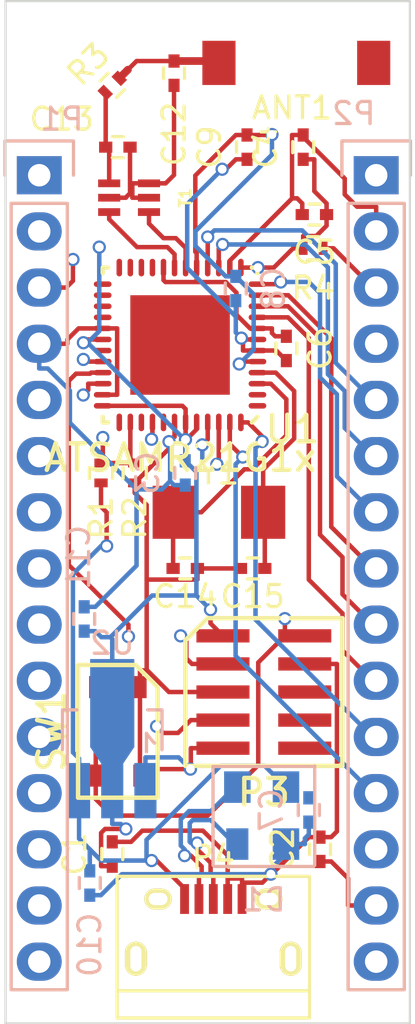
<source format=kicad_pcb>
(kicad_pcb (version 20171130) (host pcbnew "(5.1.12)-1")

  (general
    (thickness 1.6)
    (drawings 6)
    (tracks 510)
    (zones 0)
    (modules 30)
    (nets 62)
  )

  (page A4)
  (layers
    (0 F.Cu mixed)
    (1 In1.Cu power)
    (2 In2.Cu mixed)
    (31 B.Cu mixed)
    (33 F.Adhes user hide)
    (35 F.Paste user hide)
    (37 F.SilkS user hide)
    (39 F.Mask user hide)
    (40 Dwgs.User user hide)
    (41 Cmts.User user hide)
    (42 Eco1.User user hide)
    (43 Eco2.User user hide)
    (44 Edge.Cuts user)
    (45 Margin user hide)
    (47 F.CrtYd user hide)
    (49 F.Fab user hide)
  )

  (setup
    (last_trace_width 0.203)
    (trace_clearance 0.1524)
    (zone_clearance 0.203)
    (zone_45_only no)
    (trace_min 0.2)
    (via_size 0.6)
    (via_drill 0.4)
    (via_min_size 0.4)
    (via_min_drill 0.3)
    (uvia_size 0.3)
    (uvia_drill 0.1)
    (uvias_allowed no)
    (uvia_min_size 0.2)
    (uvia_min_drill 0.1)
    (edge_width 0.1)
    (segment_width 0.2)
    (pcb_text_width 0.3)
    (pcb_text_size 1.5 1.5)
    (mod_edge_width 0.15)
    (mod_text_size 1 1)
    (mod_text_width 0.15)
    (pad_size 0.6 0.5)
    (pad_drill 0)
    (pad_to_mask_clearance 0)
    (aux_axis_origin 0 0)
    (visible_elements 7FFFFFFF)
    (pcbplotparams
      (layerselection 0x00030_80000001)
      (usegerberextensions false)
      (usegerberattributes true)
      (usegerberadvancedattributes true)
      (creategerberjobfile true)
      (excludeedgelayer true)
      (linewidth 0.100000)
      (plotframeref false)
      (viasonmask false)
      (mode 1)
      (useauxorigin false)
      (hpglpennumber 1)
      (hpglpenspeed 20)
      (hpglpendiameter 15.000000)
      (psnegative false)
      (psa4output false)
      (plotreference true)
      (plotvalue true)
      (plotinvisibletext false)
      (padsonsilk false)
      (subtractmaskfromsilk false)
      (outputformat 1)
      (mirror false)
      (drillshape 1)
      (scaleselection 1)
      (outputdirectory ""))
  )

  (net 0 "")
  (net 1 VDD)
  (net 2 GND)
  (net 3 VAA)
  (net 4 GNDA)
  (net 5 /MainProcessor/RST)
  (net 6 VCC)
  (net 7 /MainProcessor/SWDIO)
  (net 8 /MainProcessor/SWCLK)
  (net 9 /MainProcessor/PA23)
  (net 10 /Sheet557215E3/D+)
  (net 11 /Sheet557215E3/D-)
  (net 12 /MainProcessor/BD+)
  (net 13 /MainProcessor/BD-)
  (net 14 /MainProcessor/PA22)
  (net 15 GNDREF)
  (net 16 /MainProcessor/PB3)
  (net 17 /MainProcessor/PB2)
  (net 18 /MainProcessor/PA9)
  (net 19 /MainProcessor/PA8)
  (net 20 /MainProcessor/PA7)
  (net 21 /MainProcessor/PA6)
  (net 22 /MainProcessor/PA5)
  (net 23 /MainProcessor/PA4)
  (net 24 "Net-(C13-Pad1)")
  (net 25 "Net-(ANT1-Pad1)")
  (net 26 "Net-(C14-Pad1)")
  (net 27 "Net-(C15-Pad1)")
  (net 28 /TX1)
  (net 29 /RX0)
  (net 30 /D2)
  (net 31 /D3)
  (net 32 /D4)
  (net 33 /D5)
  (net 34 /D6)
  (net 35 /D7)
  (net 36 /D8)
  (net 37 /D9)
  (net 38 /D10)
  (net 39 /D11)
  (net 40 /D12)
  (net 41 /VIN)
  (net 42 /5V)
  (net 43 /REF)
  (net 44 /D13)
  (net 45 "Net-(P3-Pad6)")
  (net 46 "Net-(P3-Pad7)")
  (net 47 "Net-(P3-Pad8)")
  (net 48 /MainProcessor/PA0)
  (net 49 /MainProcessor/PA1)
  (net 50 /MainProcessor/PA12)
  (net 51 /MainProcessor/PA13)
  (net 52 /MainProcessor/PA14)
  (net 53 /MainProcessor/PA15)
  (net 54 /MainProcessor/PA16)
  (net 55 /MainProcessor/PA17)
  (net 56 /MainProcessor/PA18)
  (net 57 /MainProcessor/PA19)
  (net 58 /MainProcessor/PA27)
  (net 59 /MainProcessor/PA28)
  (net 60 /MainProcessor/PB22)
  (net 61 /MainProcessor/PB23)

  (net_class Default "This is the default net class."
    (clearance 0.1524)
    (trace_width 0.203)
    (via_dia 0.6)
    (via_drill 0.4)
    (uvia_dia 0.3)
    (uvia_drill 0.1)
    (add_net /5V)
    (add_net /D10)
    (add_net /D11)
    (add_net /D12)
    (add_net /D13)
    (add_net /D2)
    (add_net /D3)
    (add_net /D4)
    (add_net /D5)
    (add_net /D6)
    (add_net /D7)
    (add_net /D8)
    (add_net /D9)
    (add_net /MainProcessor/BD+)
    (add_net /MainProcessor/BD-)
    (add_net /MainProcessor/PA0)
    (add_net /MainProcessor/PA1)
    (add_net /MainProcessor/PA12)
    (add_net /MainProcessor/PA13)
    (add_net /MainProcessor/PA14)
    (add_net /MainProcessor/PA15)
    (add_net /MainProcessor/PA16)
    (add_net /MainProcessor/PA17)
    (add_net /MainProcessor/PA18)
    (add_net /MainProcessor/PA19)
    (add_net /MainProcessor/PA22)
    (add_net /MainProcessor/PA23)
    (add_net /MainProcessor/PA27)
    (add_net /MainProcessor/PA28)
    (add_net /MainProcessor/PA4)
    (add_net /MainProcessor/PA5)
    (add_net /MainProcessor/PA6)
    (add_net /MainProcessor/PA7)
    (add_net /MainProcessor/PA8)
    (add_net /MainProcessor/PA9)
    (add_net /MainProcessor/PB2)
    (add_net /MainProcessor/PB22)
    (add_net /MainProcessor/PB23)
    (add_net /MainProcessor/PB3)
    (add_net /MainProcessor/RST)
    (add_net /MainProcessor/SWCLK)
    (add_net /MainProcessor/SWDIO)
    (add_net /REF)
    (add_net /RX0)
    (add_net /Sheet557215E3/D+)
    (add_net /Sheet557215E3/D-)
    (add_net /TX1)
    (add_net /VIN)
    (add_net GND)
    (add_net GNDA)
    (add_net GNDREF)
    (add_net "Net-(C13-Pad1)")
    (add_net "Net-(C14-Pad1)")
    (add_net "Net-(C15-Pad1)")
    (add_net "Net-(P3-Pad6)")
    (add_net "Net-(P3-Pad7)")
    (add_net "Net-(P3-Pad8)")
    (add_net VAA)
    (add_net VCC)
    (add_net VDD)
  )

  (net_class antenna ""
    (clearance 0.1524)
    (trace_width 0.35)
    (via_dia 0.6)
    (via_drill 0.4)
    (uvia_dia 0.3)
    (uvia_drill 0.1)
    (add_net "Net-(ANT1-Pad1)")
  )

  (module Capacitors_SMD:C_0402 (layer B.Cu) (tedit 653094DE) (tstamp 55905215)
    (at 122.682 112.522 270)
    (descr "Capacitor SMD 0402, reflow soldering, AVX (see smccp.pdf)")
    (tags "capacitor 0402")
    (path /55709F36/5570B2BC)
    (attr smd)
    (fp_text reference C7 (at 0 1.7 270) (layer B.SilkS)
      (effects (font (size 1 1) (thickness 0.15)) (justify mirror))
    )
    (fp_text value 100n (at 0 -1.7 270) (layer B.Fab)
      (effects (font (size 1 1) (thickness 0.15)) (justify mirror))
    )
    (fp_line (start -0.25 -0.475) (end 0.25 -0.475) (layer B.SilkS) (width 0.15))
    (fp_line (start 0.25 0.475) (end -0.25 0.475) (layer B.SilkS) (width 0.15))
    (fp_line (start 1.15 0.6) (end 1.15 -0.6) (layer B.CrtYd) (width 0.05))
    (fp_line (start -1.15 0.6) (end -1.15 -0.6) (layer B.CrtYd) (width 0.05))
    (fp_line (start -1.15 -0.6) (end 1.15 -0.6) (layer B.CrtYd) (width 0.05))
    (fp_line (start -1.15 0.6) (end 1.15 0.6) (layer B.CrtYd) (width 0.05))
    (pad 1 smd rect (at -0.55 0 270) (size 0.6 0.5) (layers B.Cu))
    (pad 2 smd rect (at 0.55 0 270) (size 0.6 0.5) (layers B.Cu)
      (net 2 GND))
    (model Capacitors_SMD.3dshapes/C_0402.wrl
      (at (xyz 0 0 0))
      (scale (xyz 1 1 1))
      (rotate (xyz 0 0 0))
    )
  )

  (module Pin_Headers:Pin_Header_Straight_1x15 locked (layer B.Cu) (tedit 5590288C) (tstamp 558A730E)
    (at 125.73 83.82 180)
    (descr "Through hole pin header")
    (tags "pin header")
    (path /557FE7ED)
    (fp_text reference P2 (at 1.016 2.794 180) (layer B.SilkS)
      (effects (font (size 1 1) (thickness 0.15)) (justify mirror))
    )
    (fp_text value Cn2 (at -2.54 2.54 180) (layer B.Fab)
      (effects (font (size 1 1) (thickness 0.15)) (justify mirror))
    )
    (fp_line (start -1.55 1.55) (end 1.55 1.55) (layer B.SilkS) (width 0.15))
    (fp_line (start -1.55 0) (end -1.55 1.55) (layer B.SilkS) (width 0.15))
    (fp_line (start 1.27 -1.27) (end -1.27 -1.27) (layer B.SilkS) (width 0.15))
    (fp_line (start 1.55 1.55) (end 1.55 0) (layer B.SilkS) (width 0.15))
    (fp_line (start 1.27 -36.83) (end 1.27 -1.27) (layer B.SilkS) (width 0.15))
    (fp_line (start -1.27 -36.83) (end 1.27 -36.83) (layer B.SilkS) (width 0.15))
    (fp_line (start -1.27 -1.27) (end -1.27 -36.83) (layer B.SilkS) (width 0.15))
    (fp_line (start -1.75 -37.35) (end 1.75 -37.35) (layer B.CrtYd) (width 0.05))
    (fp_line (start -1.75 1.75) (end 1.75 1.75) (layer B.CrtYd) (width 0.05))
    (fp_line (start 1.75 1.75) (end 1.75 -37.35) (layer B.CrtYd) (width 0.05))
    (fp_line (start -1.75 1.75) (end -1.75 -37.35) (layer B.CrtYd) (width 0.05))
    (pad 1 thru_hole rect (at 0 0 180) (size 2.032 1.7272) (drill 1.016) (layers *.Cu *.Mask)
      (net 41 /VIN))
    (pad 2 thru_hole oval (at 0 -2.54 180) (size 2.032 1.7272) (drill 1.016) (layers *.Cu *.Mask)
      (net 2 GND))
    (pad 3 thru_hole oval (at 0 -5.08 180) (size 2.032 1.7272) (drill 1.016) (layers *.Cu *.Mask)
      (net 5 /MainProcessor/RST))
    (pad 4 thru_hole oval (at 0 -7.62 180) (size 2.032 1.7272) (drill 1.016) (layers *.Cu *.Mask)
      (net 42 /5V))
    (pad 5 thru_hole oval (at 0 -10.16 180) (size 2.032 1.7272) (drill 1.016) (layers *.Cu *.Mask)
      (net 18 /MainProcessor/PA9))
    (pad 6 thru_hole oval (at 0 -12.7 180) (size 2.032 1.7272) (drill 1.016) (layers *.Cu *.Mask)
      (net 19 /MainProcessor/PA8))
    (pad 7 thru_hole oval (at 0 -15.24 180) (size 2.032 1.7272) (drill 1.016) (layers *.Cu *.Mask)
      (net 20 /MainProcessor/PA7))
    (pad 8 thru_hole oval (at 0 -17.78 180) (size 2.032 1.7272) (drill 1.016) (layers *.Cu *.Mask)
      (net 21 /MainProcessor/PA6))
    (pad 9 thru_hole oval (at 0 -20.32 180) (size 2.032 1.7272) (drill 1.016) (layers *.Cu *.Mask)
      (net 22 /MainProcessor/PA5))
    (pad 10 thru_hole oval (at 0 -22.86 180) (size 2.032 1.7272) (drill 1.016) (layers *.Cu *.Mask)
      (net 23 /MainProcessor/PA4))
    (pad 11 thru_hole oval (at 0 -25.4 180) (size 2.032 1.7272) (drill 1.016) (layers *.Cu *.Mask)
      (net 16 /MainProcessor/PB3))
    (pad 12 thru_hole oval (at 0 -27.94 180) (size 2.032 1.7272) (drill 1.016) (layers *.Cu *.Mask)
      (net 17 /MainProcessor/PB2))
    (pad 13 thru_hole oval (at 0 -30.48 180) (size 2.032 1.7272) (drill 1.016) (layers *.Cu *.Mask)
      (net 43 /REF))
    (pad 14 thru_hole oval (at 0 -33.02 180) (size 2.032 1.7272) (drill 1.016) (layers *.Cu *.Mask)
      (net 1 VDD))
    (pad 15 thru_hole oval (at 0 -35.56 180) (size 2.032 1.7272) (drill 1.016) (layers *.Cu *.Mask)
      (net 44 /D13))
    (model Pin_Headers.3dshapes/Pin_Header_Straight_1x15.wrl
      (offset (xyz 0 -17.77999973297119 0))
      (scale (xyz 1 1 1))
      (rotate (xyz 0 0 90))
    )
  )

  (module Capacitors_SMD:C_0402 (layer F.Cu) (tedit 5415D599) (tstamp 55905233)
    (at 114.046 82.55)
    (descr "Capacitor SMD 0402, reflow soldering, AVX (see smccp.pdf)")
    (tags "capacitor 0402")
    (path /55709F36/559029DB)
    (attr smd)
    (fp_text reference C13 (at -2.54 -1.27) (layer F.SilkS)
      (effects (font (size 1 1) (thickness 0.15)))
    )
    (fp_text value xF (at 0 1.7) (layer F.Fab)
      (effects (font (size 1 1) (thickness 0.15)))
    )
    (fp_line (start -0.25 0.475) (end 0.25 0.475) (layer F.SilkS) (width 0.15))
    (fp_line (start 0.25 -0.475) (end -0.25 -0.475) (layer F.SilkS) (width 0.15))
    (fp_line (start 1.15 -0.6) (end 1.15 0.6) (layer F.CrtYd) (width 0.05))
    (fp_line (start -1.15 -0.6) (end -1.15 0.6) (layer F.CrtYd) (width 0.05))
    (fp_line (start -1.15 0.6) (end 1.15 0.6) (layer F.CrtYd) (width 0.05))
    (fp_line (start -1.15 -0.6) (end 1.15 -0.6) (layer F.CrtYd) (width 0.05))
    (pad 1 smd rect (at -0.55 0) (size 0.6 0.5) (layers F.Cu F.Paste F.Mask)
      (net 24 "Net-(C13-Pad1)"))
    (pad 2 smd rect (at 0.55 0) (size 0.6 0.5) (layers F.Cu F.Paste F.Mask)
      (net 15 GNDREF))
    (model Capacitors_SMD.3dshapes/C_0402.wrl
      (at (xyz 0 0 0))
      (scale (xyz 1 1 1))
      (rotate (xyz 0 0 0))
    )
  )

  (module Capacitors_SMD:C_0402 (layer F.Cu) (tedit 5415D599) (tstamp 5590522E)
    (at 116.586 79.206 270)
    (descr "Capacitor SMD 0402, reflow soldering, AVX (see smccp.pdf)")
    (tags "capacitor 0402")
    (path /55709F36/559027BF)
    (attr smd)
    (fp_text reference C12 (at 2.752 0 270) (layer F.SilkS)
      (effects (font (size 1 1) (thickness 0.15)))
    )
    (fp_text value xF (at 0 1.7 270) (layer F.Fab)
      (effects (font (size 1 1) (thickness 0.15)))
    )
    (fp_line (start -0.25 0.475) (end 0.25 0.475) (layer F.SilkS) (width 0.15))
    (fp_line (start 0.25 -0.475) (end -0.25 -0.475) (layer F.SilkS) (width 0.15))
    (fp_line (start 1.15 -0.6) (end 1.15 0.6) (layer F.CrtYd) (width 0.05))
    (fp_line (start -1.15 -0.6) (end -1.15 0.6) (layer F.CrtYd) (width 0.05))
    (fp_line (start -1.15 0.6) (end 1.15 0.6) (layer F.CrtYd) (width 0.05))
    (fp_line (start -1.15 -0.6) (end 1.15 -0.6) (layer F.CrtYd) (width 0.05))
    (pad 1 smd rect (at -0.55 0 270) (size 0.6 0.5) (layers F.Cu F.Paste F.Mask)
      (net 25 "Net-(ANT1-Pad1)"))
    (pad 2 smd rect (at 0.55 0 270) (size 0.6 0.5) (layers F.Cu F.Paste F.Mask)
      (net 15 GNDREF))
    (model Capacitors_SMD.3dshapes/C_0402.wrl
      (at (xyz 0 0 0))
      (scale (xyz 1 1 1))
      (rotate (xyz 0 0 0))
    )
  )

  (module processing:JBALUN (layer F.Cu) (tedit 558D2FBE) (tstamp 558D2FAC)
    (at 114.554 84.836 90)
    (path /55709F36/5571FEAC)
    (fp_text reference T1 (at 0 2.54 90) (layer F.SilkS)
      (effects (font (size 0.5 0.5) (thickness 0.125)))
    )
    (fp_text value 2450BM15A0015 (at 0 -5.08 90) (layer F.Fab) hide
      (effects (font (size 1 1) (thickness 0.15)))
    )
    (pad 6 smd rect (at 0.65 0.9 90) (size 0.35 1) (layers F.Cu F.Paste F.Mask)
      (net 15 GNDREF))
    (pad 5 smd rect (at 0 0.9 90) (size 0.35 1) (layers F.Cu F.Paste F.Mask)
      (net 15 GNDREF))
    (pad 4 smd rect (at -0.65 0.9 90) (size 0.35 1) (layers F.Cu F.Paste F.Mask)
      (net 12 /MainProcessor/BD+))
    (pad 3 smd rect (at -0.65 -0.9 90) (size 0.35 1) (layers F.Cu F.Paste F.Mask)
      (net 13 /MainProcessor/BD-))
    (pad 2 smd rect (at 0 -0.9 90) (size 0.35 1) (layers F.Cu F.Paste F.Mask)
      (net 15 GNDREF))
    (pad 1 smd rect (at 0.65 -0.9 90) (size 0.35 1) (layers F.Cu F.Paste F.Mask)
      (net 24 "Net-(C13-Pad1)"))
  )

  (module Connect:USB_Micro-B (layer F.Cu) (tedit 55901899) (tstamp 558B625E)
    (at 118.364 118.11)
    (descr "Micro USB Type B Receptacle")
    (tags "USB USB_B USB_micro USB_OTG")
    (path /557215E4/55734C2E)
    (attr smd)
    (fp_text reference P4 (at 0 -3.45) (layer F.SilkS)
      (effects (font (size 1 1) (thickness 0.15)))
    )
    (fp_text value USB_B (at 3.302 -3.556) (layer F.Fab)
      (effects (font (size 1 1) (thickness 0.15)))
    )
    (fp_line (start -4.3509 3.81746) (end -4.3509 -2.58754) (layer F.SilkS) (width 0.15))
    (fp_line (start 4.3491 2.58746) (end -4.3509 2.58746) (layer F.SilkS) (width 0.15))
    (fp_line (start 4.3491 -2.58754) (end 4.3491 3.81746) (layer F.SilkS) (width 0.15))
    (fp_line (start -4.3509 -2.58754) (end 4.3491 -2.58754) (layer F.SilkS) (width 0.15))
    (fp_line (start -4.3509 3.81746) (end 4.3491 3.81746) (layer F.SilkS) (width 0.15))
    (fp_line (start -4.6 4.05) (end -4.6 -2.8) (layer F.CrtYd) (width 0.05))
    (fp_line (start 4.6 4.05) (end -4.6 4.05) (layer F.CrtYd) (width 0.05))
    (fp_line (start 4.6 -2.8) (end 4.6 4.05) (layer F.CrtYd) (width 0.05))
    (fp_line (start -4.6 -2.8) (end 4.6 -2.8) (layer F.CrtYd) (width 0.05))
    (pad 1 smd rect (at -1.3009 -1.56254 90) (size 1.35 0.4) (layers F.Cu F.Paste F.Mask)
      (net 6 VCC))
    (pad 2 smd rect (at -0.6509 -1.56254 90) (size 1.35 0.4) (layers F.Cu F.Paste F.Mask)
      (net 10 /Sheet557215E3/D+))
    (pad 3 smd rect (at -0.0009 -1.56254 90) (size 1.35 0.4) (layers F.Cu F.Paste F.Mask)
      (net 11 /Sheet557215E3/D-))
    (pad 4 smd rect (at 0.6491 -1.56254 90) (size 1.35 0.4) (layers F.Cu F.Paste F.Mask)
      (net 2 GND))
    (pad 5 smd rect (at 1.2991 -1.56254 90) (size 1.35 0.4) (layers F.Cu F.Paste F.Mask)
      (net 2 GND))
    (pad 6 thru_hole oval (at -2.5009 -1.56254 90) (size 0.95 1.25) (drill oval 0.55 0.85) (layers *.Cu *.Mask F.SilkS))
    (pad 6 thru_hole oval (at 2.4991 -1.56254 90) (size 0.95 1.25) (drill oval 0.55 0.85) (layers *.Cu *.Mask F.SilkS))
    (pad 6 thru_hole oval (at -3.5009 1.13746 90) (size 1.55 1) (drill oval 1.15 0.5) (layers *.Cu *.Mask F.SilkS))
    (pad 6 thru_hole oval (at 3.4991 1.13746 90) (size 1.55 1) (drill oval 1.15 0.5) (layers *.Cu *.Mask F.SilkS))
  )

  (module Housings_SOT-89:SOT89-3_Housing_Handsoldering (layer B.Cu) (tedit 0) (tstamp 558FF386)
    (at 113.792 109.296 180)
    (descr "SOT89-3, Housing, Handsoldering,")
    (tags "SOT89-3, Housing, Handsoldering,")
    (path /55722354/558FF898)
    (attr smd)
    (fp_text reference U2 (at 0 4.318 180) (layer B.SilkS)
      (effects (font (size 1 1) (thickness 0.15)) (justify mirror))
    )
    (fp_text value AZ1117C (at 2.032 2.2987 90) (layer B.Fab)
      (effects (font (size 1 1) (thickness 0.15)) (justify mirror))
    )
    (fp_line (start 2.25044 1.30048) (end 1.6002 1.30048) (layer B.SilkS) (width 0.15))
    (fp_line (start 2.25044 1.30048) (end 2.25044 -0.50038) (layer B.SilkS) (width 0.15))
    (fp_line (start -2.25044 1.30048) (end -1.6002 1.30048) (layer B.SilkS) (width 0.15))
    (fp_line (start -2.25044 1.30048) (end -2.25044 -0.50038) (layer B.SilkS) (width 0.15))
    (fp_line (start -1.5494 0.24892) (end -1.5494 -0.59944) (layer B.SilkS) (width 0.15))
    (fp_line (start -1.651 0.09906) (end -1.5494 0.24892) (layer B.SilkS) (width 0.15))
    (fp_line (start -1.89992 -0.20066) (end -1.651 0.09906) (layer B.SilkS) (width 0.15))
    (pad 1 smd rect (at -1.50114 -2.35204 180) (size 1.00076 2.5019) (layers B.Cu)
      (net 2 GND))
    (pad 2 smd rect (at 0 -2.35204 180) (size 1.00076 2.5019) (layers B.Cu)
      (net 1 VDD))
    (pad 3 smd rect (at 1.50114 -2.35204 180) (size 1.00076 2.5019) (layers B.Cu)
      (net 6 VCC))
    (pad 2 smd rect (at 0 1.6002 180) (size 1.99898 4.0005) (layers B.Cu)
      (net 1 VDD))
    (pad 2 smd trapezoid (at 0 -0.7493) (size 1.50114 0.7493) (rect_delta 0 -0.50038 ) (layers B.Cu)
      (net 1 VDD))
    (model Housings_SOT-89.3dshapes/SOT89-3_Housing_Handsoldering.wrl
      (at (xyz 0 0 0))
      (scale (xyz 0.3937 0.3937 0.3937))
      (rotate (xyz 0 0 0))
    )
  )

  (module Pin_Headers:Pin_Header_Straight_1x15 locked (layer B.Cu) (tedit 55902891) (tstamp 558A72F0)
    (at 110.49 83.82 180)
    (descr "Through hole pin header")
    (tags "pin header")
    (path /557FE89D)
    (fp_text reference P1 (at -1.016 2.54 180) (layer B.SilkS)
      (effects (font (size 1 1) (thickness 0.15)) (justify mirror))
    )
    (fp_text value Cn1 (at 0 3.1 180) (layer B.Fab)
      (effects (font (size 1 1) (thickness 0.15)) (justify mirror))
    )
    (fp_line (start -1.55 1.55) (end 1.55 1.55) (layer B.SilkS) (width 0.15))
    (fp_line (start -1.55 0) (end -1.55 1.55) (layer B.SilkS) (width 0.15))
    (fp_line (start 1.27 -1.27) (end -1.27 -1.27) (layer B.SilkS) (width 0.15))
    (fp_line (start 1.55 1.55) (end 1.55 0) (layer B.SilkS) (width 0.15))
    (fp_line (start 1.27 -36.83) (end 1.27 -1.27) (layer B.SilkS) (width 0.15))
    (fp_line (start -1.27 -36.83) (end 1.27 -36.83) (layer B.SilkS) (width 0.15))
    (fp_line (start -1.27 -1.27) (end -1.27 -36.83) (layer B.SilkS) (width 0.15))
    (fp_line (start -1.75 -37.35) (end 1.75 -37.35) (layer B.CrtYd) (width 0.05))
    (fp_line (start -1.75 1.75) (end 1.75 1.75) (layer B.CrtYd) (width 0.05))
    (fp_line (start 1.75 1.75) (end 1.75 -37.35) (layer B.CrtYd) (width 0.05))
    (fp_line (start -1.75 1.75) (end -1.75 -37.35) (layer B.CrtYd) (width 0.05))
    (pad 1 thru_hole rect (at 0 0 180) (size 2.032 1.7272) (drill 1.016) (layers *.Cu *.Mask)
      (net 28 /TX1))
    (pad 2 thru_hole oval (at 0 -2.54 180) (size 2.032 1.7272) (drill 1.016) (layers *.Cu *.Mask)
      (net 29 /RX0))
    (pad 3 thru_hole oval (at 0 -5.08 180) (size 2.032 1.7272) (drill 1.016) (layers *.Cu *.Mask)
      (net 5 /MainProcessor/RST))
    (pad 4 thru_hole oval (at 0 -7.62 180) (size 2.032 1.7272) (drill 1.016) (layers *.Cu *.Mask)
      (net 2 GND))
    (pad 5 thru_hole oval (at 0 -10.16 180) (size 2.032 1.7272) (drill 1.016) (layers *.Cu *.Mask)
      (net 30 /D2))
    (pad 6 thru_hole oval (at 0 -12.7 180) (size 2.032 1.7272) (drill 1.016) (layers *.Cu *.Mask)
      (net 31 /D3))
    (pad 7 thru_hole oval (at 0 -15.24 180) (size 2.032 1.7272) (drill 1.016) (layers *.Cu *.Mask)
      (net 32 /D4))
    (pad 8 thru_hole oval (at 0 -17.78 180) (size 2.032 1.7272) (drill 1.016) (layers *.Cu *.Mask)
      (net 33 /D5))
    (pad 9 thru_hole oval (at 0 -20.32 180) (size 2.032 1.7272) (drill 1.016) (layers *.Cu *.Mask)
      (net 34 /D6))
    (pad 10 thru_hole oval (at 0 -22.86 180) (size 2.032 1.7272) (drill 1.016) (layers *.Cu *.Mask)
      (net 35 /D7))
    (pad 11 thru_hole oval (at 0 -25.4 180) (size 2.032 1.7272) (drill 1.016) (layers *.Cu *.Mask)
      (net 36 /D8))
    (pad 12 thru_hole oval (at 0 -27.94 180) (size 2.032 1.7272) (drill 1.016) (layers *.Cu *.Mask)
      (net 37 /D9))
    (pad 13 thru_hole oval (at 0 -30.48 180) (size 2.032 1.7272) (drill 1.016) (layers *.Cu *.Mask)
      (net 38 /D10))
    (pad 14 thru_hole oval (at 0 -33.02 180) (size 2.032 1.7272) (drill 1.016) (layers *.Cu *.Mask)
      (net 39 /D11))
    (pad 15 thru_hole oval (at 0 -35.56 180) (size 2.032 1.7272) (drill 1.016) (layers *.Cu *.Mask)
      (net 40 /D12))
    (model Pin_Headers.3dshapes/Pin_Header_Straight_1x15.wrl
      (offset (xyz 0 -17.77999973297119 0))
      (scale (xyz 1 1 1))
      (rotate (xyz 0 0 90))
    )
  )

  (module processing:QFN48EP (layer F.Cu) (tedit 558D3704) (tstamp 558B629A)
    (at 116.86 91.496 180)
    (path /55709F36/55721320)
    (clearance 0.05)
    (fp_text reference U1 (at -5.08 -3.81 180) (layer F.SilkS)
      (effects (font (size 1.2 1.2) (thickness 0.2)))
    )
    (fp_text value ATSAMR21G1x (at 0 -5.1 180) (layer F.SilkS)
      (effects (font (size 1.2 1.2) (thickness 0.2)))
    )
    (fp_line (start 3.5 3.5) (end 3.5 3.25) (layer F.SilkS) (width 0.2))
    (fp_line (start 3.25 3.5) (end 3.5 3.5) (layer F.SilkS) (width 0.2))
    (fp_line (start -3.5 3.5) (end -3.5 3.25) (layer F.SilkS) (width 0.2))
    (fp_line (start -3.25 3.5) (end -3.5 3.5) (layer F.SilkS) (width 0.2))
    (fp_line (start 3.5 -3.5) (end 3.5 -3.25) (layer F.SilkS) (width 0.2))
    (fp_line (start 3.25 -3.5) (end 3.5 -3.5) (layer F.SilkS) (width 0.2))
    (fp_line (start -3.5 -3.25) (end -3.25 -3.5) (layer F.SilkS) (width 0.2))
    (pad 1 smd oval (at -3.5 -2.75 180) (size 0.8 0.25) (layers F.Cu F.Paste F.Mask)
      (net 48 /MainProcessor/PA0))
    (pad 2 smd oval (at -3.5 -2.25 180) (size 0.8 0.25) (layers F.Cu F.Paste F.Mask)
      (net 49 /MainProcessor/PA1))
    (pad 3 smd oval (at -3.5 -1.75 180) (size 0.8 0.25) (layers F.Cu F.Paste F.Mask)
      (net 26 "Net-(C14-Pad1)"))
    (pad 4 smd oval (at -3.5 -1.25 180) (size 0.8 0.25) (layers F.Cu F.Paste F.Mask)
      (net 27 "Net-(C15-Pad1)"))
    (pad 5 smd oval (at -3.5 -0.75 180) (size 0.8 0.25) (layers F.Cu F.Paste F.Mask)
      (net 4 GNDA))
    (pad 6 smd oval (at -3.5 -0.25 180) (size 0.8 0.25) (layers F.Cu F.Paste F.Mask)
      (net 3 VAA))
    (pad 7 smd oval (at -3.5 0.25 180) (size 0.8 0.25) (layers F.Cu F.Paste F.Mask)
      (net 3 VAA))
    (pad 8 smd oval (at -3.5 0.75 180) (size 0.8 0.25) (layers F.Cu F.Paste F.Mask)
      (net 4 GNDA))
    (pad 9 smd oval (at -3.5 1.25 180) (size 0.8 0.25) (layers F.Cu F.Paste F.Mask)
      (net 23 /MainProcessor/PA4))
    (pad 10 smd oval (at -3.5 1.75 180) (size 0.8 0.25) (layers F.Cu F.Paste F.Mask)
      (net 22 /MainProcessor/PA5))
    (pad 11 smd oval (at -3.5 2.25 180) (size 0.8 0.25) (layers F.Cu F.Paste F.Mask)
      (net 21 /MainProcessor/PA6))
    (pad 12 smd oval (at -3.5 2.75 180) (size 0.8 0.25) (layers F.Cu F.Paste F.Mask)
      (net 20 /MainProcessor/PA7))
    (pad 13 smd oval (at -2.75 3.5 180) (size 0.25 0.8) (layers F.Cu F.Paste F.Mask)
      (net 1 VDD))
    (pad 14 smd oval (at -2.25 3.5 180) (size 0.25 0.8) (layers F.Cu F.Paste F.Mask)
      (net 2 GND))
    (pad 15 smd oval (at -1.75 3.5 180) (size 0.25 0.8) (layers F.Cu F.Paste F.Mask)
      (net 19 /MainProcessor/PA8))
    (pad 16 smd oval (at -1.25 3.5 180) (size 0.25 0.8) (layers F.Cu F.Paste F.Mask)
      (net 18 /MainProcessor/PA9))
    (pad 17 smd oval (at -0.75 3.5 180) (size 0.25 0.8) (layers F.Cu F.Paste F.Mask)
      (net 4 GNDA))
    (pad 18 smd oval (at -0.25 3.5 180) (size 0.25 0.8) (layers F.Cu F.Paste F.Mask)
      (net 12 /MainProcessor/BD+))
    (pad 19 smd oval (at 0.25 3.5 180) (size 0.25 0.8) (layers F.Cu F.Paste F.Mask)
      (net 13 /MainProcessor/BD-))
    (pad 20 smd oval (at 0.75 3.5 180) (size 0.25 0.8) (layers F.Cu F.Paste F.Mask)
      (net 4 GNDA))
    (pad 21 smd oval (at 1.25 3.5 180) (size 0.25 0.8) (layers F.Cu F.Paste F.Mask)
      (net 50 /MainProcessor/PA12))
    (pad 22 smd oval (at 1.75 3.5 180) (size 0.25 0.8) (layers F.Cu F.Paste F.Mask)
      (net 51 /MainProcessor/PA13))
    (pad 23 smd oval (at 2.25 3.5 180) (size 0.25 0.8) (layers F.Cu F.Paste F.Mask)
      (net 52 /MainProcessor/PA14))
    (pad 24 smd oval (at 2.75 3.5 180) (size 0.25 0.8) (layers F.Cu F.Paste F.Mask)
      (net 53 /MainProcessor/PA15))
    (pad 25 smd oval (at 3.5 2.75 180) (size 0.8 0.25) (layers F.Cu F.Paste F.Mask)
      (net 54 /MainProcessor/PA16))
    (pad 26 smd oval (at 3.5 2.25 180) (size 0.8 0.25) (layers F.Cu F.Paste F.Mask)
      (net 55 /MainProcessor/PA17))
    (pad 27 smd oval (at 3.5 1.75 180) (size 0.8 0.25) (layers F.Cu F.Paste F.Mask)
      (net 56 /MainProcessor/PA18))
    (pad 28 smd oval (at 3.5 1.25 180) (size 0.8 0.25) (layers F.Cu F.Paste F.Mask)
      (net 57 /MainProcessor/PA19))
    (pad 29 smd oval (at 3.5 0.75 180) (size 0.8 0.25) (layers F.Cu F.Paste F.Mask)
      (net 2 GND))
    (pad 30 smd oval (at 3.5 0.25 180) (size 0.8 0.25) (layers F.Cu F.Paste F.Mask)
      (net 1 VDD))
    (pad 31 smd oval (at 3.5 -0.25 180) (size 0.8 0.25) (layers F.Cu F.Paste F.Mask)
      (net 14 /MainProcessor/PA22))
    (pad 32 smd oval (at 3.5 -0.75 180) (size 0.8 0.25) (layers F.Cu F.Paste F.Mask)
      (net 9 /MainProcessor/PA23))
    (pad 33 smd oval (at 3.5 -1.25 180) (size 0.8 0.25) (layers F.Cu F.Paste F.Mask)
      (net 10 /Sheet557215E3/D+))
    (pad 34 smd oval (at 3.5 -1.75 180) (size 0.8 0.25) (layers F.Cu F.Paste F.Mask)
      (net 11 /Sheet557215E3/D-))
    (pad 35 smd oval (at 3.5 -2.25 180) (size 0.8 0.25) (layers F.Cu F.Paste F.Mask)
      (net 2 GND))
    (pad 36 smd oval (at 3.5 -2.75 180) (size 0.8 0.25) (layers F.Cu F.Paste F.Mask)
      (net 1 VDD))
    (pad 37 smd oval (at 2.75 -3.5 180) (size 0.25 0.8) (layers F.Cu F.Paste F.Mask)
      (net 60 /MainProcessor/PB22))
    (pad 38 smd oval (at 2.25 -3.5 180) (size 0.25 0.8) (layers F.Cu F.Paste F.Mask)
      (net 61 /MainProcessor/PB23))
    (pad 39 smd oval (at 1.75 -3.5 180) (size 0.25 0.8) (layers F.Cu F.Paste F.Mask)
      (net 58 /MainProcessor/PA27))
    (pad 40 smd oval (at 1.25 -3.5 180) (size 0.25 0.8) (layers F.Cu F.Paste F.Mask)
      (net 5 /MainProcessor/RST))
    (pad 41 smd oval (at 0.75 -3.5 180) (size 0.25 0.8) (layers F.Cu F.Paste F.Mask)
      (net 59 /MainProcessor/PA28))
    (pad 42 smd oval (at 0.25 -3.5 180) (size 0.25 0.8) (layers F.Cu F.Paste F.Mask)
      (net 2 GND))
    (pad 43 smd oval (at -0.25 -3.5 180) (size 0.25 0.8) (layers F.Cu F.Paste F.Mask)
      (net 1 VDD))
    (pad 44 smd oval (at -0.75 -3.5 180) (size 0.25 0.8) (layers F.Cu F.Paste F.Mask)
      (net 1 VDD))
    (pad 45 smd oval (at -1.25 -3.5 180) (size 0.25 0.8) (layers F.Cu F.Paste F.Mask)
      (net 8 /MainProcessor/SWCLK))
    (pad 46 smd oval (at -1.75 -3.5 180) (size 0.25 0.8) (layers F.Cu F.Paste F.Mask)
      (net 7 /MainProcessor/SWDIO))
    (pad 47 smd oval (at -2.25 -3.5 180) (size 0.25 0.8) (layers F.Cu F.Paste F.Mask)
      (net 17 /MainProcessor/PB2))
    (pad 48 smd oval (at -2.75 -3.5 180) (size 0.25 0.8) (layers F.Cu F.Paste F.Mask)
      (net 16 /MainProcessor/PB3))
    (pad "" smd rect (at 0 0 180) (size 4.5 4.5) (layers F.Cu F.Paste F.Mask))
  )

  (module processing:CHIPANTENNA2dBi (layer F.Cu) (tedit 55902C07) (tstamp 5)
    (at 118.618 78.74)
    (path /55709F36/559042B3)
    (fp_text reference ANT1 (at 3.302 2.032 180) (layer F.SilkS)
      (effects (font (size 1 1) (thickness 0.15)))
    )
    (fp_text value antenna (at 5.08 -2.54) (layer F.Fab) hide
      (effects (font (size 1 1) (thickness 0.15)))
    )
    (pad 1 smd rect (at 0 0) (size 1.5 2) (layers F.Cu F.Paste F.Mask)
      (net 25 "Net-(ANT1-Pad1)"))
    (pad "" smd rect (at 7 0) (size 1.5 2) (layers F.Cu F.Paste F.Mask))
  )

  (module processing:2SMD (layer F.Cu) (tedit 55902184) (tstamp 5)
    (at 118.618 99.06)
    (path /55709F36/5561D3BF)
    (fp_text reference Y1 (at 0 -1.778) (layer F.SilkS)
      (effects (font (size 1 1) (thickness 0.15)))
    )
    (fp_text value 16MHz (at 0 -2.54) (layer F.Fab) hide
      (effects (font (size 1 1) (thickness 0.15)))
    )
    (pad 1 smd rect (at -2 0) (size 2 2.4) (layers F.Cu F.Paste F.Mask)
      (net 26 "Net-(C14-Pad1)"))
    (pad 2 smd rect (at 2 0) (size 2 2.4) (layers F.Cu F.Paste F.Mask)
      (net 27 "Net-(C15-Pad1)"))
  )

  (module Capacitors_SMD:C_0402 (layer F.Cu) (tedit 5415D599) (tstamp 559051F7)
    (at 113.792 114.512 90)
    (descr "Capacitor SMD 0402, reflow soldering, AVX (see smccp.pdf)")
    (tags "capacitor 0402")
    (path /55709F36/5561CAB6)
    (attr smd)
    (fp_text reference C1 (at 0 -1.7 90) (layer F.SilkS)
      (effects (font (size 1 1) (thickness 0.15)))
    )
    (fp_text value 10uF (at 0 1.7 90) (layer F.Fab)
      (effects (font (size 1 1) (thickness 0.15)))
    )
    (fp_line (start -0.25 0.475) (end 0.25 0.475) (layer F.SilkS) (width 0.15))
    (fp_line (start 0.25 -0.475) (end -0.25 -0.475) (layer F.SilkS) (width 0.15))
    (fp_line (start 1.15 -0.6) (end 1.15 0.6) (layer F.CrtYd) (width 0.05))
    (fp_line (start -1.15 -0.6) (end -1.15 0.6) (layer F.CrtYd) (width 0.05))
    (fp_line (start -1.15 0.6) (end 1.15 0.6) (layer F.CrtYd) (width 0.05))
    (fp_line (start -1.15 -0.6) (end 1.15 -0.6) (layer F.CrtYd) (width 0.05))
    (pad 1 smd rect (at -0.55 0 90) (size 0.6 0.5) (layers F.Cu)
      (net 1 VDD))
    (pad 2 smd rect (at 0.55 0 90) (size 0.6 0.5) (layers F.Cu)
      (net 2 GND))
    (model Capacitors_SMD.3dshapes/C_0402.wrl
      (at (xyz 0 0 0))
      (scale (xyz 1 1 1))
      (rotate (xyz 0 0 0))
    )
  )

  (module Capacitors_SMD:C_0402 (layer F.Cu) (tedit 5415D599) (tstamp 559051FC)
    (at 123.19 114.3 90)
    (descr "Capacitor SMD 0402, reflow soldering, AVX (see smccp.pdf)")
    (tags "capacitor 0402")
    (path /55709F36/55720AF0)
    (attr smd)
    (fp_text reference C2 (at 0 -1.7 90) (layer F.SilkS)
      (effects (font (size 1 1) (thickness 0.15)))
    )
    (fp_text value 100n (at 0 1.7 90) (layer F.Fab)
      (effects (font (size 1 1) (thickness 0.15)))
    )
    (fp_line (start -0.25 0.475) (end 0.25 0.475) (layer F.SilkS) (width 0.15))
    (fp_line (start 0.25 -0.475) (end -0.25 -0.475) (layer F.SilkS) (width 0.15))
    (fp_line (start 1.15 -0.6) (end 1.15 0.6) (layer F.CrtYd) (width 0.05))
    (fp_line (start -1.15 -0.6) (end -1.15 0.6) (layer F.CrtYd) (width 0.05))
    (fp_line (start -1.15 0.6) (end 1.15 0.6) (layer F.CrtYd) (width 0.05))
    (fp_line (start -1.15 -0.6) (end 1.15 -0.6) (layer F.CrtYd) (width 0.05))
    (pad 1 smd rect (at -0.55 0 90) (size 0.6 0.5) (layers F.Cu)
      (net 1 VDD))
    (pad 2 smd rect (at 0.55 0 90) (size 0.6 0.5) (layers F.Cu)
      (net 2 GND))
    (model Capacitors_SMD.3dshapes/C_0402.wrl
      (at (xyz 0 0 0))
      (scale (xyz 1 1 1))
      (rotate (xyz 0 0 0))
    )
  )

  (module Capacitors_SMD:C_0402 (layer B.Cu) (tedit 5415D599) (tstamp 55905201)
    (at 117.094 97.282 270)
    (descr "Capacitor SMD 0402, reflow soldering, AVX (see smccp.pdf)")
    (tags "capacitor 0402")
    (path /55709F36/55720B86)
    (attr smd)
    (fp_text reference C3 (at 0 1.7 270) (layer B.SilkS)
      (effects (font (size 1 1) (thickness 0.15)) (justify mirror))
    )
    (fp_text value 100n (at 0 -1.7 270) (layer B.Fab)
      (effects (font (size 1 1) (thickness 0.15)) (justify mirror))
    )
    (fp_line (start -0.25 -0.475) (end 0.25 -0.475) (layer B.SilkS) (width 0.15))
    (fp_line (start 0.25 0.475) (end -0.25 0.475) (layer B.SilkS) (width 0.15))
    (fp_line (start 1.15 0.6) (end 1.15 -0.6) (layer B.CrtYd) (width 0.05))
    (fp_line (start -1.15 0.6) (end -1.15 -0.6) (layer B.CrtYd) (width 0.05))
    (fp_line (start -1.15 -0.6) (end 1.15 -0.6) (layer B.CrtYd) (width 0.05))
    (fp_line (start -1.15 0.6) (end 1.15 0.6) (layer B.CrtYd) (width 0.05))
    (pad 1 smd rect (at -0.55 0 270) (size 0.6 0.5) (layers B.Cu)
      (net 1 VDD))
    (pad 2 smd rect (at 0.55 0 270) (size 0.6 0.5) (layers B.Cu)
      (net 2 GND))
    (model Capacitors_SMD.3dshapes/C_0402.wrl
      (at (xyz 0 0 0))
      (scale (xyz 1 1 1))
      (rotate (xyz 0 0 0))
    )
  )

  (module Capacitors_SMD:C_0402 (layer F.Cu) (tedit 5415D599) (tstamp 55905206)
    (at 122.428 82.55 90)
    (descr "Capacitor SMD 0402, reflow soldering, AVX (see smccp.pdf)")
    (tags "capacitor 0402")
    (path /55709F36/55720BD9)
    (attr smd)
    (fp_text reference C4 (at 0 -1.7 90) (layer F.SilkS)
      (effects (font (size 1 1) (thickness 0.15)))
    )
    (fp_text value 100n (at 0 1.7 90) (layer F.Fab)
      (effects (font (size 1 1) (thickness 0.15)))
    )
    (fp_line (start -0.25 0.475) (end 0.25 0.475) (layer F.SilkS) (width 0.15))
    (fp_line (start 0.25 -0.475) (end -0.25 -0.475) (layer F.SilkS) (width 0.15))
    (fp_line (start 1.15 -0.6) (end 1.15 0.6) (layer F.CrtYd) (width 0.05))
    (fp_line (start -1.15 -0.6) (end -1.15 0.6) (layer F.CrtYd) (width 0.05))
    (fp_line (start -1.15 0.6) (end 1.15 0.6) (layer F.CrtYd) (width 0.05))
    (fp_line (start -1.15 -0.6) (end 1.15 -0.6) (layer F.CrtYd) (width 0.05))
    (pad 1 smd rect (at -0.55 0 90) (size 0.6 0.5) (layers F.Cu)
      (net 1 VDD))
    (pad 2 smd rect (at 0.55 0 90) (size 0.6 0.5) (layers F.Cu)
      (net 2 GND))
    (model Capacitors_SMD.3dshapes/C_0402.wrl
      (at (xyz 0 0 0))
      (scale (xyz 1 1 1))
      (rotate (xyz 0 0 0))
    )
  )

  (module Capacitors_SMD:C_0402 (layer F.Cu) (tedit 5415D599) (tstamp 5590520B)
    (at 122.936 85.598 180)
    (descr "Capacitor SMD 0402, reflow soldering, AVX (see smccp.pdf)")
    (tags "capacitor 0402")
    (path /55709F36/55720BDF)
    (attr smd)
    (fp_text reference C5 (at 0 -1.7 180) (layer F.SilkS)
      (effects (font (size 1 1) (thickness 0.15)))
    )
    (fp_text value 100n (at 0 1.7 180) (layer F.Fab)
      (effects (font (size 1 1) (thickness 0.15)))
    )
    (fp_line (start -0.25 0.475) (end 0.25 0.475) (layer F.SilkS) (width 0.15))
    (fp_line (start 0.25 -0.475) (end -0.25 -0.475) (layer F.SilkS) (width 0.15))
    (fp_line (start 1.15 -0.6) (end 1.15 0.6) (layer F.CrtYd) (width 0.05))
    (fp_line (start -1.15 -0.6) (end -1.15 0.6) (layer F.CrtYd) (width 0.05))
    (fp_line (start -1.15 0.6) (end 1.15 0.6) (layer F.CrtYd) (width 0.05))
    (fp_line (start -1.15 -0.6) (end 1.15 -0.6) (layer F.CrtYd) (width 0.05))
    (pad 1 smd rect (at -0.55 0 180) (size 0.6 0.5) (layers F.Cu F.Paste F.Mask)
      (net 1 VDD))
    (pad 2 smd rect (at 0.55 0 180) (size 0.6 0.5) (layers F.Cu F.Paste F.Mask)
      (net 2 GND))
    (model Capacitors_SMD.3dshapes/C_0402.wrl
      (at (xyz 0 0 0))
      (scale (xyz 1 1 1))
      (rotate (xyz 0 0 0))
    )
  )

  (module Capacitors_SMD:C_0402 (layer F.Cu) (tedit 5415D599) (tstamp 55905210)
    (at 121.666 91.652 90)
    (descr "Capacitor SMD 0402, reflow soldering, AVX (see smccp.pdf)")
    (tags "capacitor 0402")
    (path /55709F36/55720C34)
    (attr smd)
    (fp_text reference C6 (at 0 1.524 90) (layer F.SilkS)
      (effects (font (size 1 1) (thickness 0.15)))
    )
    (fp_text value 100n (at 0 1.7 90) (layer F.Fab)
      (effects (font (size 1 1) (thickness 0.15)))
    )
    (fp_line (start -0.25 0.475) (end 0.25 0.475) (layer F.SilkS) (width 0.15))
    (fp_line (start 0.25 -0.475) (end -0.25 -0.475) (layer F.SilkS) (width 0.15))
    (fp_line (start 1.15 -0.6) (end 1.15 0.6) (layer F.CrtYd) (width 0.05))
    (fp_line (start -1.15 -0.6) (end -1.15 0.6) (layer F.CrtYd) (width 0.05))
    (fp_line (start -1.15 0.6) (end 1.15 0.6) (layer F.CrtYd) (width 0.05))
    (fp_line (start -1.15 -0.6) (end 1.15 -0.6) (layer F.CrtYd) (width 0.05))
    (pad 1 smd rect (at -0.55 0 90) (size 0.6 0.5) (layers F.Cu F.Paste F.Mask)
      (net 3 VAA))
    (pad 2 smd rect (at 0.55 0 90) (size 0.6 0.5) (layers F.Cu F.Paste F.Mask)
      (net 4 GNDA))
    (model Capacitors_SMD.3dshapes/C_0402.wrl
      (at (xyz 0 0 0))
      (scale (xyz 1 1 1))
      (rotate (xyz 0 0 0))
    )
  )

  (module Capacitors_SMD:C_0402 (layer B.Cu) (tedit 5415D599) (tstamp 5590521A)
    (at 119.38 88.942 90)
    (descr "Capacitor SMD 0402, reflow soldering, AVX (see smccp.pdf)")
    (tags "capacitor 0402")
    (path /55709F36/55720C3A)
    (attr smd)
    (fp_text reference C8 (at 0 1.7 90) (layer B.SilkS)
      (effects (font (size 1 1) (thickness 0.15)) (justify mirror))
    )
    (fp_text value 100n (at 0 -1.7 90) (layer B.Fab)
      (effects (font (size 1 1) (thickness 0.15)) (justify mirror))
    )
    (fp_line (start -0.25 -0.475) (end 0.25 -0.475) (layer B.SilkS) (width 0.15))
    (fp_line (start 0.25 0.475) (end -0.25 0.475) (layer B.SilkS) (width 0.15))
    (fp_line (start 1.15 0.6) (end 1.15 -0.6) (layer B.CrtYd) (width 0.05))
    (fp_line (start -1.15 0.6) (end -1.15 -0.6) (layer B.CrtYd) (width 0.05))
    (fp_line (start -1.15 -0.6) (end 1.15 -0.6) (layer B.CrtYd) (width 0.05))
    (fp_line (start -1.15 0.6) (end 1.15 0.6) (layer B.CrtYd) (width 0.05))
    (pad 1 smd rect (at -0.55 0 90) (size 0.6 0.5) (layers B.Cu)
      (net 3 VAA))
    (pad 2 smd rect (at 0.55 0 90) (size 0.6 0.5) (layers B.Cu)
      (net 4 GNDA))
    (model Capacitors_SMD.3dshapes/C_0402.wrl
      (at (xyz 0 0 0))
      (scale (xyz 1 1 1))
      (rotate (xyz 0 0 0))
    )
  )

  (module Capacitors_SMD:C_0402 (layer F.Cu) (tedit 5415D599) (tstamp 5590521F)
    (at 119.888 82.55 90)
    (descr "Capacitor SMD 0402, reflow soldering, AVX (see smccp.pdf)")
    (tags "capacitor 0402")
    (path /55709F36/5561CC0A)
    (attr smd)
    (fp_text reference C9 (at 0 -1.7 90) (layer F.SilkS)
      (effects (font (size 1 1) (thickness 0.15)))
    )
    (fp_text value 10u (at 0 1.7 90) (layer F.Fab)
      (effects (font (size 1 1) (thickness 0.15)))
    )
    (fp_line (start -0.25 0.475) (end 0.25 0.475) (layer F.SilkS) (width 0.15))
    (fp_line (start 0.25 -0.475) (end -0.25 -0.475) (layer F.SilkS) (width 0.15))
    (fp_line (start 1.15 -0.6) (end 1.15 0.6) (layer F.CrtYd) (width 0.05))
    (fp_line (start -1.15 -0.6) (end -1.15 0.6) (layer F.CrtYd) (width 0.05))
    (fp_line (start -1.15 0.6) (end 1.15 0.6) (layer F.CrtYd) (width 0.05))
    (fp_line (start -1.15 -0.6) (end 1.15 -0.6) (layer F.CrtYd) (width 0.05))
    (pad 1 smd rect (at -0.55 0 90) (size 0.6 0.5) (layers F.Cu F.Paste F.Mask)
      (net 3 VAA))
    (pad 2 smd rect (at 0.55 0 90) (size 0.6 0.5) (layers F.Cu F.Paste F.Mask)
      (net 4 GNDA))
    (model Capacitors_SMD.3dshapes/C_0402.wrl
      (at (xyz 0 0 0))
      (scale (xyz 1 1 1))
      (rotate (xyz 0 0 0))
    )
  )

  (module Capacitors_SMD:C_0402 (layer B.Cu) (tedit 559502F6) (tstamp 55905224)
    (at 112.776 115.824 270)
    (descr "Capacitor SMD 0402, reflow soldering, AVX (see smccp.pdf)")
    (tags "capacitor 0402")
    (path /55722354/5572245F)
    (attr smd)
    (fp_text reference C10 (at 2.794 0 270) (layer B.SilkS)
      (effects (font (size 1 1) (thickness 0.15)) (justify mirror))
    )
    (fp_text value 100n (at 0 -1.7 270) (layer B.Fab)
      (effects (font (size 1 1) (thickness 0.15)) (justify mirror))
    )
    (fp_line (start -0.25 -0.475) (end 0.25 -0.475) (layer B.SilkS) (width 0.15))
    (fp_line (start 0.25 0.475) (end -0.25 0.475) (layer B.SilkS) (width 0.15))
    (fp_line (start 1.15 0.6) (end 1.15 -0.6) (layer B.CrtYd) (width 0.05))
    (fp_line (start -1.15 0.6) (end -1.15 -0.6) (layer B.CrtYd) (width 0.05))
    (fp_line (start -1.15 -0.6) (end 1.15 -0.6) (layer B.CrtYd) (width 0.05))
    (fp_line (start -1.15 0.6) (end 1.15 0.6) (layer B.CrtYd) (width 0.05))
    (pad 1 smd rect (at -0.55 0 270) (size 0.6 0.5) (layers B.Cu)
      (net 6 VCC))
    (pad 2 smd rect (at 0.55 0 270) (size 0.6 0.5) (layers B.Cu)
      (net 2 GND))
    (model Capacitors_SMD.3dshapes/C_0402.wrl
      (at (xyz 0 0 0))
      (scale (xyz 1 1 1))
      (rotate (xyz 0 0 0))
    )
  )

  (module Capacitors_SMD:C_0402 (layer B.Cu) (tedit 55950336) (tstamp 55905229)
    (at 112.522 103.886 90)
    (descr "Capacitor SMD 0402, reflow soldering, AVX (see smccp.pdf)")
    (tags "capacitor 0402")
    (path /55722354/557225F2)
    (attr smd)
    (fp_text reference C11 (at 2.794 -0.254 90) (layer B.SilkS)
      (effects (font (size 1 1) (thickness 0.15)) (justify mirror))
    )
    (fp_text value 10u (at 0 -1.7 90) (layer B.Fab)
      (effects (font (size 1 1) (thickness 0.15)) (justify mirror))
    )
    (fp_line (start -0.25 -0.475) (end 0.25 -0.475) (layer B.SilkS) (width 0.15))
    (fp_line (start 0.25 0.475) (end -0.25 0.475) (layer B.SilkS) (width 0.15))
    (fp_line (start 1.15 0.6) (end 1.15 -0.6) (layer B.CrtYd) (width 0.05))
    (fp_line (start -1.15 0.6) (end -1.15 -0.6) (layer B.CrtYd) (width 0.05))
    (fp_line (start -1.15 -0.6) (end 1.15 -0.6) (layer B.CrtYd) (width 0.05))
    (fp_line (start -1.15 0.6) (end 1.15 0.6) (layer B.CrtYd) (width 0.05))
    (pad 1 smd rect (at -0.55 0 90) (size 0.6 0.5) (layers B.Cu)
      (net 1 VDD))
    (pad 2 smd rect (at 0.55 0 90) (size 0.6 0.5) (layers B.Cu)
      (net 2 GND))
    (model Capacitors_SMD.3dshapes/C_0402.wrl
      (at (xyz 0 0 0))
      (scale (xyz 1 1 1))
      (rotate (xyz 0 0 0))
    )
  )

  (module Capacitors_SMD:C_0402 (layer F.Cu) (tedit 559513CA) (tstamp 55905238)
    (at 117.094 101.6)
    (descr "Capacitor SMD 0402, reflow soldering, AVX (see smccp.pdf)")
    (tags "capacitor 0402")
    (path /55709F36/55903DA7)
    (attr smd)
    (fp_text reference C14 (at 0 1.27) (layer F.SilkS)
      (effects (font (size 1 1) (thickness 0.15)))
    )
    (fp_text value 18pF (at 0 1.7) (layer F.Fab)
      (effects (font (size 1 1) (thickness 0.15)))
    )
    (fp_line (start -0.25 0.475) (end 0.25 0.475) (layer F.SilkS) (width 0.15))
    (fp_line (start 0.25 -0.475) (end -0.25 -0.475) (layer F.SilkS) (width 0.15))
    (fp_line (start 1.15 -0.6) (end 1.15 0.6) (layer F.CrtYd) (width 0.05))
    (fp_line (start -1.15 -0.6) (end -1.15 0.6) (layer F.CrtYd) (width 0.05))
    (fp_line (start -1.15 0.6) (end 1.15 0.6) (layer F.CrtYd) (width 0.05))
    (fp_line (start -1.15 -0.6) (end 1.15 -0.6) (layer F.CrtYd) (width 0.05))
    (pad 1 smd rect (at -0.55 0) (size 0.6 0.5) (layers F.Cu F.Paste F.Mask)
      (net 26 "Net-(C14-Pad1)"))
    (pad 2 smd rect (at 0.55 0) (size 0.6 0.5) (layers F.Cu F.Paste F.Mask)
      (net 2 GND))
    (model Capacitors_SMD.3dshapes/C_0402.wrl
      (at (xyz 0 0 0))
      (scale (xyz 1 1 1))
      (rotate (xyz 0 0 0))
    )
  )

  (module Capacitors_SMD:C_0402 (layer F.Cu) (tedit 559513BB) (tstamp 5590523D)
    (at 120.142 101.6 180)
    (descr "Capacitor SMD 0402, reflow soldering, AVX (see smccp.pdf)")
    (tags "capacitor 0402")
    (path /55709F36/55903D3F)
    (attr smd)
    (fp_text reference C15 (at 0 -1.27 180) (layer F.SilkS)
      (effects (font (size 1 1) (thickness 0.15)))
    )
    (fp_text value 18pF (at 0 1.7 180) (layer F.Fab)
      (effects (font (size 1 1) (thickness 0.15)))
    )
    (fp_line (start -0.25 0.475) (end 0.25 0.475) (layer F.SilkS) (width 0.15))
    (fp_line (start 0.25 -0.475) (end -0.25 -0.475) (layer F.SilkS) (width 0.15))
    (fp_line (start 1.15 -0.6) (end 1.15 0.6) (layer F.CrtYd) (width 0.05))
    (fp_line (start -1.15 -0.6) (end -1.15 0.6) (layer F.CrtYd) (width 0.05))
    (fp_line (start -1.15 0.6) (end 1.15 0.6) (layer F.CrtYd) (width 0.05))
    (fp_line (start -1.15 -0.6) (end 1.15 -0.6) (layer F.CrtYd) (width 0.05))
    (pad 1 smd rect (at -0.55 0 180) (size 0.6 0.5) (layers F.Cu F.Paste F.Mask)
      (net 27 "Net-(C15-Pad1)"))
    (pad 2 smd rect (at 0.55 0 180) (size 0.6 0.5) (layers F.Cu F.Paste F.Mask)
      (net 2 GND))
    (model Capacitors_SMD.3dshapes/C_0402.wrl
      (at (xyz 0 0 0))
      (scale (xyz 1 1 1))
      (rotate (xyz 0 0 0))
    )
  )

  (module Resistors_SMD:R_0402 (layer F.Cu) (tedit 5415CBB8) (tstamp 55905242)
    (at 113.284 97.282 90)
    (descr "Resistor SMD 0402, reflow soldering, Vishay (see dcrcw.pdf)")
    (tags "resistor 0402")
    (path /557DBA1C)
    (attr smd)
    (fp_text reference R1 (at -2.032 0 90) (layer F.SilkS)
      (effects (font (size 1 1) (thickness 0.15)))
    )
    (fp_text value 100K (at 0 1.8 90) (layer F.Fab)
      (effects (font (size 1 1) (thickness 0.15)))
    )
    (fp_line (start -0.25 0.525) (end 0.25 0.525) (layer F.SilkS) (width 0.15))
    (fp_line (start 0.25 -0.525) (end -0.25 -0.525) (layer F.SilkS) (width 0.15))
    (fp_line (start 0.95 -0.65) (end 0.95 0.65) (layer F.CrtYd) (width 0.05))
    (fp_line (start -0.95 -0.65) (end -0.95 0.65) (layer F.CrtYd) (width 0.05))
    (fp_line (start -0.95 0.65) (end 0.95 0.65) (layer F.CrtYd) (width 0.05))
    (fp_line (start -0.95 -0.65) (end 0.95 -0.65) (layer F.CrtYd) (width 0.05))
    (pad 1 smd rect (at -0.45 0 90) (size 0.4 0.6) (layers F.Cu F.Paste F.Mask)
      (net 6 VCC))
    (pad 2 smd rect (at 0.45 0 90) (size 0.4 0.6) (layers F.Cu F.Paste F.Mask)
      (net 9 /MainProcessor/PA23))
    (model Resistors_SMD.3dshapes/R_0402.wrl
      (at (xyz 0 0 0))
      (scale (xyz 1 1 1))
      (rotate (xyz 0 0 0))
    )
  )

  (module Resistors_SMD:R_0402 (layer F.Cu) (tedit 5415CBB8) (tstamp 55905247)
    (at 114.808 97.282 270)
    (descr "Resistor SMD 0402, reflow soldering, Vishay (see dcrcw.pdf)")
    (tags "resistor 0402")
    (path /557DC4F8)
    (attr smd)
    (fp_text reference R2 (at 2.032 0 270) (layer F.SilkS)
      (effects (font (size 1 1) (thickness 0.15)))
    )
    (fp_text value 100K (at 0 1.8 270) (layer F.Fab)
      (effects (font (size 1 1) (thickness 0.15)))
    )
    (fp_line (start -0.25 0.525) (end 0.25 0.525) (layer F.SilkS) (width 0.15))
    (fp_line (start 0.25 -0.525) (end -0.25 -0.525) (layer F.SilkS) (width 0.15))
    (fp_line (start 0.95 -0.65) (end 0.95 0.65) (layer F.CrtYd) (width 0.05))
    (fp_line (start -0.95 -0.65) (end -0.95 0.65) (layer F.CrtYd) (width 0.05))
    (fp_line (start -0.95 0.65) (end 0.95 0.65) (layer F.CrtYd) (width 0.05))
    (fp_line (start -0.95 -0.65) (end 0.95 -0.65) (layer F.CrtYd) (width 0.05))
    (pad 1 smd rect (at -0.45 0 270) (size 0.4 0.6) (layers F.Cu F.Paste F.Mask)
      (net 9 /MainProcessor/PA23))
    (pad 2 smd rect (at 0.45 0 270) (size 0.4 0.6) (layers F.Cu F.Paste F.Mask)
      (net 2 GND))
    (model Resistors_SMD.3dshapes/R_0402.wrl
      (at (xyz 0 0 0))
      (scale (xyz 1 1 1))
      (rotate (xyz 0 0 0))
    )
  )

  (module Resistors_SMD:R_0402 (layer F.Cu) (tedit 5415CBB8) (tstamp 5590524C)
    (at 113.792 79.756 45)
    (descr "Resistor SMD 0402, reflow soldering, Vishay (see dcrcw.pdf)")
    (tags "resistor 0402")
    (path /55709F36/55902A35)
    (attr smd)
    (fp_text reference R3 (at -0.09079 -1.436841 225) (layer F.SilkS)
      (effects (font (size 1 1) (thickness 0.15)))
    )
    (fp_text value xR (at 0 1.8 45) (layer F.Fab)
      (effects (font (size 1 1) (thickness 0.15)))
    )
    (fp_line (start -0.25 0.525) (end 0.25 0.525) (layer F.SilkS) (width 0.15))
    (fp_line (start 0.25 -0.525) (end -0.25 -0.525) (layer F.SilkS) (width 0.15))
    (fp_line (start 0.95 -0.65) (end 0.95 0.65) (layer F.CrtYd) (width 0.05))
    (fp_line (start -0.95 -0.65) (end -0.95 0.65) (layer F.CrtYd) (width 0.05))
    (fp_line (start -0.95 0.65) (end 0.95 0.65) (layer F.CrtYd) (width 0.05))
    (fp_line (start -0.95 -0.65) (end 0.95 -0.65) (layer F.CrtYd) (width 0.05))
    (pad 1 smd rect (at -0.45 0 45) (size 0.4 0.6) (layers F.Cu F.Paste F.Mask)
      (net 24 "Net-(C13-Pad1)"))
    (pad 2 smd rect (at 0.45 0 45) (size 0.4 0.6) (layers F.Cu F.Paste F.Mask)
      (net 25 "Net-(ANT1-Pad1)"))
    (model Resistors_SMD.3dshapes/R_0402.wrl
      (at (xyz 0 0 0))
      (scale (xyz 1 1 1))
      (rotate (xyz 0 0 0))
    )
  )

  (module Resistors_SMD:R_0402 (layer F.Cu) (tedit 5415CBB8) (tstamp 55905251)
    (at 122.878 87.122 180)
    (descr "Resistor SMD 0402, reflow soldering, Vishay (see dcrcw.pdf)")
    (tags "resistor 0402")
    (path /55709F36/559032AD)
    (attr smd)
    (fp_text reference R4 (at 0 -1.8 180) (layer F.SilkS)
      (effects (font (size 1 1) (thickness 0.15)))
    )
    (fp_text value 10K (at 0 1.8 180) (layer F.Fab)
      (effects (font (size 1 1) (thickness 0.15)))
    )
    (fp_line (start -0.25 0.525) (end 0.25 0.525) (layer F.SilkS) (width 0.15))
    (fp_line (start 0.25 -0.525) (end -0.25 -0.525) (layer F.SilkS) (width 0.15))
    (fp_line (start 0.95 -0.65) (end 0.95 0.65) (layer F.CrtYd) (width 0.05))
    (fp_line (start -0.95 -0.65) (end -0.95 0.65) (layer F.CrtYd) (width 0.05))
    (fp_line (start -0.95 0.65) (end 0.95 0.65) (layer F.CrtYd) (width 0.05))
    (fp_line (start -0.95 -0.65) (end 0.95 -0.65) (layer F.CrtYd) (width 0.05))
    (pad 1 smd rect (at -0.45 0 180) (size 0.4 0.6) (layers F.Cu)
      (net 5 /MainProcessor/RST))
    (pad 2 smd rect (at 0.45 0 180) (size 0.4 0.6) (layers F.Cu)
      (net 1 VDD))
    (model Resistors_SMD.3dshapes/R_0402.wrl
      (at (xyz 0 0 0))
      (scale (xyz 1 1 1))
      (rotate (xyz 0 0 0))
    )
  )

  (module processing:CMxDBG (layer F.Cu) (tedit 0) (tstamp 559523FD)
    (at 120.65 107.188)
    (path /55709F36/5571F4C6)
    (fp_text reference P3 (at 0 4.54) (layer F.SilkS)
      (effects (font (size 1.2 1.2) (thickness 0.2)))
    )
    (fp_text value CONN_02X05 (at 0 -4.54) (layer F.Fab) hide
      (effects (font (size 1.2 1.2) (thickness 0.2)))
    )
    (fp_line (start 3.55 -3.34) (end -2.55 -3.34) (layer F.SilkS) (width 0.2))
    (fp_line (start 3.55 3.34) (end 3.55 -3.34) (layer F.SilkS) (width 0.2))
    (fp_line (start -3.55 3.34) (end 3.55 3.34) (layer F.SilkS) (width 0.2))
    (fp_line (start -3.55 -2.34) (end -3.55 3.34) (layer F.SilkS) (width 0.2))
    (fp_line (start -2.55 -3.34) (end -3.55 -2.34) (layer F.SilkS) (width 0.2))
    (pad 1 smd rect (at -1.85 -2.54) (size 2.4 0.6) (layers F.Cu F.Paste F.Mask)
      (net 1 VDD))
    (pad 2 smd rect (at -1.85 -1.27) (size 2.4 0.6) (layers F.Cu F.Paste F.Mask)
      (net 7 /MainProcessor/SWDIO))
    (pad 3 smd rect (at -1.85 0) (size 2.4 0.6) (layers F.Cu F.Paste F.Mask)
      (net 2 GND))
    (pad 4 smd rect (at -1.85 1.27) (size 2.4 0.6) (layers F.Cu F.Paste F.Mask)
      (net 8 /MainProcessor/SWCLK))
    (pad 5 smd rect (at -1.85 2.54) (size 2.4 0.6) (layers F.Cu F.Paste F.Mask)
      (net 2 GND))
    (pad 10 smd rect (at 1.85 -2.54) (size 2.4 0.6) (layers F.Cu F.Paste F.Mask)
      (net 5 /MainProcessor/RST))
    (pad 9 smd rect (at 1.85 -1.27) (size 2.4 0.6) (layers F.Cu F.Paste F.Mask)
      (net 2 GND))
    (pad 8 smd rect (at 1.85 0) (size 2.4 0.6) (layers F.Cu F.Paste F.Mask)
      (net 47 "Net-(P3-Pad8)"))
    (pad 7 smd rect (at 1.85 1.27) (size 2.4 0.6) (layers F.Cu F.Paste F.Mask)
      (net 46 "Net-(P3-Pad7)"))
    (pad 6 smd rect (at 1.85 2.54) (size 2.4 0.6) (layers F.Cu F.Paste F.Mask)
      (net 45 "Net-(P3-Pad6)"))
  )

  (module comm:SOT143B (layer B.Cu) (tedit 558BDF0B) (tstamp 5595E5C2)
    (at 120.65 112.776 180)
    (path /557215E4/55735712)
    (fp_text reference D1 (at 0 -3.81 180) (layer B.SilkS)
      (effects (font (size 1 1) (thickness 0.15)) (justify mirror))
    )
    (fp_text value PRTR5V0U2X (at 0 3.81 180) (layer B.Fab)
      (effects (font (size 1 1) (thickness 0.15)) (justify mirror))
    )
    (fp_line (start -2.3 -2.25) (end -2.3 2.25) (layer B.SilkS) (width 0.15))
    (fp_line (start 2.25 -2.3) (end -2.25 -2.3) (layer B.SilkS) (width 0.15))
    (fp_line (start 2.3 2.225) (end 2.3 -2.25) (layer B.SilkS) (width 0.15))
    (fp_line (start -2.3 2.225) (end 2.3 2.225) (layer B.SilkS) (width 0.15))
    (pad 4 smd rect (at -1 1.2875 180) (size 1.2 1.425) (layers B.Cu)
      (net 6 VCC))
    (pad 3 smd rect (at 1.2 1.2875 180) (size 1.2 1.425) (layers B.Cu)
      (net 10 /Sheet557215E3/D+))
    (pad 2 smd rect (at 1.2 -1.2875 180) (size 1 1.425) (layers B.Cu)
      (net 11 /Sheet557215E3/D-))
    (pad 1 smd rect (at -1 -1.2875 180) (size 1.2 1.425) (layers B.Cu)
      (net 2 GND))
  )

  (module processing:tactileswitch (layer F.Cu) (tedit 5) (tstamp 5595E5C3)
    (at 114.046 108.966 270)
    (path /55709F36/5561D465)
    (fp_text reference SW1 (at 0 3 270) (layer F.SilkS)
      (effects (font (size 1.2 1.2) (thickness 0.2)))
    )
    (fp_text value SW_PUSH (at 0 -3 270) (layer F.Fab) hide
      (effects (font (size 1.2 1.2) (thickness 0.2)))
    )
    (fp_line (start 3 -1.8) (end -2 -1.8) (layer F.SilkS) (width 0.2))
    (fp_line (start 3 1.8) (end 3 -1.8) (layer F.SilkS) (width 0.2))
    (fp_line (start -3 1.8) (end 3 1.8) (layer F.SilkS) (width 0.2))
    (fp_line (start -3 -0.8) (end -3 1.8) (layer F.SilkS) (width 0.2))
    (fp_line (start -2 -1.8) (end -3 -0.8) (layer F.SilkS) (width 0.2))
    (pad 1 smd rect (at -2 -1 270) (size 1 0.6) (layers F.Cu F.Paste F.Mask)
      (net 2 GND))
    (pad 2 smd rect (at -2 1 270) (size 1 0.6) (layers F.Cu F.Paste F.Mask)
      (net 5 /MainProcessor/RST))
    (pad 1 smd rect (at 2 -1 270) (size 1 0.6) (layers F.Cu F.Paste F.Mask)
      (net 2 GND))
    (pad 2 smd rect (at 2 1 270) (size 1 0.6) (layers F.Cu F.Paste F.Mask)
      (net 5 /MainProcessor/RST))
  )

  (gr_line (start 127.254 75.946) (end 108.966 75.946) (layer Edge.Cuts) (width 0.1))
  (gr_line (start 127.254 122.174) (end 127.254 75.946) (layer Edge.Cuts) (width 0.1))
  (gr_line (start 108.966 122.174) (end 127.254 122.174) (layer Edge.Cuts) (width 0.1))
  (gr_line (start 108.966 75.946) (end 108.966 122.174) (layer Edge.Cuts) (width 0.1))
  (dimension 15.24 (width 0.3) (layer Cmts.User)
    (gr_text "15,240 mm" (at 118.11 68.246) (layer Cmts.User)
      (effects (font (size 1.5 1.5) (thickness 0.3)))
    )
    (feature1 (pts (xy 125.73 83.82) (xy 125.73 66.896)))
    (feature2 (pts (xy 110.49 83.82) (xy 110.49 66.896)))
    (crossbar (pts (xy 110.49 69.596) (xy 125.73 69.596)))
    (arrow1a (pts (xy 125.73 69.596) (xy 124.603496 70.182421)))
    (arrow1b (pts (xy 125.73 69.596) (xy 124.603496 69.009579)))
    (arrow2a (pts (xy 110.49 69.596) (xy 111.616504 70.182421)))
    (arrow2b (pts (xy 110.49 69.596) (xy 111.616504 69.009579)))
  )
  (dimension 45.72 (width 0.3) (layer Cmts.User)
    (gr_text "45,720 mm" (at 93.9 99.06 270) (layer Cmts.User)
      (effects (font (size 1.5 1.5) (thickness 0.3)))
    )
    (feature1 (pts (xy 101.6 121.92) (xy 92.55 121.92)))
    (feature2 (pts (xy 101.6 76.2) (xy 92.55 76.2)))
    (crossbar (pts (xy 95.25 76.2) (xy 95.25 121.92)))
    (arrow1a (pts (xy 95.25 121.92) (xy 94.663579 120.793496)))
    (arrow1b (pts (xy 95.25 121.92) (xy 95.836421 120.793496)))
    (arrow2a (pts (xy 95.25 76.2) (xy 94.663579 77.326504)))
    (arrow2b (pts (xy 95.25 76.2) (xy 95.836421 77.326504)))
  )

  (via (at 121.01576 81.98104) (size 0.6) (drill 0.4) (layers F.Cu B.Cu) (net 4))
  (via (at 119.53748 92.3544) (size 0.6) (drill 0.4) (layers F.Cu B.Cu) (net 4))
  (via (at 117.10416 95.77324) (size 0.6) (drill 0.4) (layers F.Cu B.Cu) (net 1))
  (segment (start 117.11 95.3159) (end 117.11 94.996) (width 0.203) (layer F.Cu) (net 1))
  (segment (start 117.094 96.732) (end 117.094 95.8071) (width 0.203) (layer B.Cu) (net 1))
  (segment (start 117.094 95.8071) (end 112.68 91.3931) (width 0.203) (layer B.Cu) (net 1))
  (segment (start 112.68 91.3931) (end 112.4879 91.3931) (width 0.203) (layer B.Cu) (net 1))
  (segment (start 113.2049 87.0704) (end 113.2049 90.8682) (width 0.203) (layer B.Cu) (net 1))
  (segment (start 113.2049 90.8682) (end 112.68 91.3931) (width 0.203) (layer B.Cu) (net 1))
  (segment (start 120.3828 87.996) (end 114.1305 87.996) (width 0.203) (layer In2.Cu) (net 1))
  (segment (start 114.1305 87.996) (end 113.2049 87.0704) (width 0.203) (layer In2.Cu) (net 1))
  (segment (start 120.3828 87.996) (end 121.1 87.996) (width 0.203) (layer F.Cu) (net 1))
  (segment (start 121.1 87.996) (end 121.974 87.122) (width 0.203) (layer F.Cu) (net 1))
  (segment (start 119.61 87.996) (end 120.3828 87.996) (width 0.203) (layer F.Cu) (net 1))
  (segment (start 113.36 91.246) (end 112.635 91.246) (width 0.203) (layer F.Cu) (net 1))
  (segment (start 112.635 91.246) (end 112.4879 91.3931) (width 0.203) (layer F.Cu) (net 1))
  (segment (start 117.5981 102.8239) (end 117.5981 97.2361) (width 0.203) (layer B.Cu) (net 1))
  (segment (start 117.5981 97.2361) (end 117.094 96.732) (width 0.203) (layer B.Cu) (net 1))
  (segment (start 118.2376 103.4634) (end 117.5981 102.8239) (width 0.203) (layer B.Cu) (net 1))
  (segment (start 113.709 104.7082) (end 115.5933 102.8239) (width 0.203) (layer B.Cu) (net 1))
  (segment (start 115.5933 102.8239) (end 117.5981 102.8239) (width 0.203) (layer B.Cu) (net 1))
  (segment (start 118.8 104.648) (end 118.2376 104.0856) (width 0.203) (layer F.Cu) (net 1))
  (segment (start 118.2376 104.0856) (end 118.2376 103.4634) (width 0.203) (layer F.Cu) (net 1))
  (segment (start 117.11 95.3159) (end 117.11 95.65) (width 0.203) (layer F.Cu) (net 1))
  (segment (start 117.61 94.996) (end 117.61 95.307) (width 0.203) (layer F.Cu) (net 1))
  (segment (start 117.61 95.307) (end 117.267 95.65) (width 0.203) (layer F.Cu) (net 1))
  (segment (start 117.267 95.65) (end 117.11 95.65) (width 0.203) (layer F.Cu) (net 1))
  (segment (start 125.73 116.84) (end 124.46 116.84) (width 0.203) (layer In2.Cu) (net 1))
  (segment (start 124.46 116.84) (end 124.0152 117.2848) (width 0.203) (layer In2.Cu) (net 1))
  (segment (start 124.0152 117.2848) (end 118.9637 117.2848) (width 0.203) (layer In2.Cu) (net 1))
  (segment (start 118.9637 117.2848) (end 115.0577 113.3788) (width 0.203) (layer In2.Cu) (net 1))
  (segment (start 115.0577 113.3788) (end 114.4059 113.3788) (width 0.203) (layer In2.Cu) (net 1))
  (segment (start 113.288 115.062) (end 113.288 113.5567) (width 0.203) (layer F.Cu) (net 1))
  (segment (start 113.288 113.5567) (end 113.4659 113.3788) (width 0.203) (layer F.Cu) (net 1))
  (segment (start 113.4659 113.3788) (end 114.4059 113.3788) (width 0.203) (layer F.Cu) (net 1))
  (segment (start 113.792 113.1529) (end 114.18 113.1529) (width 0.203) (layer B.Cu) (net 1))
  (segment (start 114.18 113.1529) (end 114.4059 113.3788) (width 0.203) (layer B.Cu) (net 1))
  (segment (start 113.792 111.648) (end 113.792 113.1529) (width 0.203) (layer B.Cu) (net 1))
  (segment (start 113.792 115.062) (end 113.288 115.062) (width 0.203) (layer F.Cu) (net 1))
  (segment (start 125.73 116.84) (end 124.46 116.84) (width 0.203) (layer F.Cu) (net 1))
  (segment (start 123.19 114.85) (end 123.694 114.85) (width 0.203) (layer F.Cu) (net 1))
  (segment (start 123.694 114.85) (end 124.46 115.616) (width 0.203) (layer F.Cu) (net 1))
  (segment (start 124.46 115.616) (end 124.46 116.84) (width 0.203) (layer F.Cu) (net 1))
  (segment (start 123.486 85.598) (end 123.486 85.094) (width 0.203) (layer F.Cu) (net 1))
  (segment (start 122.932 83.1) (end 122.932 84.54) (width 0.203) (layer F.Cu) (net 1))
  (segment (start 122.932 84.54) (end 123.486 85.094) (width 0.203) (layer F.Cu) (net 1))
  (segment (start 122.428 83.1) (end 122.932 83.1) (width 0.203) (layer F.Cu) (net 1))
  (segment (start 123.486 85.7703) (end 123.486 85.598) (width 0.203) (layer F.Cu) (net 1))
  (segment (start 123.486 85.7703) (end 123.486 86.102) (width 0.203) (layer F.Cu) (net 1))
  (segment (start 113.792 106.5686) (end 113.792 104.7912) (width 0.203) (layer B.Cu) (net 1))
  (segment (start 113.792 104.7912) (end 113.709 104.7082) (width 0.203) (layer B.Cu) (net 1))
  (segment (start 113.709 104.7082) (end 113.2982 104.7082) (width 0.203) (layer B.Cu) (net 1))
  (segment (start 113.2982 104.7082) (end 113.026 104.436) (width 0.203) (layer B.Cu) (net 1))
  (segment (start 113.792 107.6958) (end 113.792 106.5686) (width 0.203) (layer B.Cu) (net 1))
  (segment (start 112.522 104.436) (end 113.026 104.436) (width 0.203) (layer B.Cu) (net 1))
  (segment (start 113.792 107.6958) (end 113.792 110.0453) (width 0.203) (layer B.Cu) (net 1))
  (segment (start 113.792 110.0453) (end 113.792 111.648) (width 0.203) (layer B.Cu) (net 1))
  (segment (start 122.428 87.122) (end 121.974 87.122) (width 0.203) (layer F.Cu) (net 1))
  (segment (start 122.428 87.122) (end 122.428 86.568) (width 0.203) (layer F.Cu) (net 1))
  (segment (start 122.428 86.568) (end 123.02 86.568) (width 0.203) (layer F.Cu) (net 1))
  (segment (start 123.02 86.568) (end 123.486 86.102) (width 0.203) (layer F.Cu) (net 1))
  (via (at 113.2049 87.0704) (size 0.6) (layers F.Cu B.Cu) (net 1))
  (via (at 120.3828 87.996) (size 0.6) (layers F.Cu B.Cu) (net 1))
  (via (at 112.4879 91.3931) (size 0.6) (layers F.Cu B.Cu) (net 1))
  (via (at 118.2376 103.4634) (size 0.6) (layers F.Cu B.Cu) (net 1))
  (via (at 114.4059 113.3788) (size 0.6) (layers F.Cu B.Cu) (net 1))
  (segment (start 117.11 94.393) (end 117.11 94.996) (width 0.203) (layer F.Cu) (net 1))
  (segment (start 116.963 94.246) (end 117.11 94.393) (width 0.203) (layer F.Cu) (net 1))
  (segment (start 113.36 94.246) (end 116.963 94.246) (width 0.203) (layer F.Cu) (net 1))
  (segment (start 113.36 90.746) (end 112.2677 90.746) (width 0.203) (layer F.Cu) (net 2))
  (segment (start 112.2677 90.746) (end 111.76 91.2537) (width 0.203) (layer F.Cu) (net 2))
  (segment (start 111.76 91.2537) (end 111.76 91.44) (width 0.203) (layer F.Cu) (net 2))
  (segment (start 113.36 93.746) (end 114.014 93.746) (width 0.203) (layer F.Cu) (net 2))
  (segment (start 113.36 90.746) (end 114.014 90.746) (width 0.203) (layer F.Cu) (net 2))
  (segment (start 114.014 90.746) (end 114.014 93.746) (width 0.203) (layer F.Cu) (net 2))
  (segment (start 110.49 90.3224) (end 110.8043 90.3224) (width 0.203) (layer In2.Cu) (net 2))
  (segment (start 110.8043 90.3224) (end 111.7601 89.3666) (width 0.203) (layer In2.Cu) (net 2))
  (segment (start 111.7601 89.3666) (end 111.7601 88.437) (width 0.203) (layer In2.Cu) (net 2))
  (segment (start 111.7601 88.437) (end 111.4065 88.0834) (width 0.203) (layer In2.Cu) (net 2))
  (segment (start 111.4065 88.0834) (end 111.4065 87.4113) (width 0.203) (layer In2.Cu) (net 2))
  (segment (start 111.4065 87.4113) (end 112.8086 86.0092) (width 0.203) (layer In2.Cu) (net 2))
  (segment (start 112.8086 86.0092) (end 124.1092 86.0092) (width 0.203) (layer In2.Cu) (net 2))
  (segment (start 124.1092 86.0092) (end 124.46 86.36) (width 0.203) (layer In2.Cu) (net 2))
  (segment (start 113.026 103.336) (end 114.8905 101.4715) (width 0.203) (layer B.Cu) (net 2))
  (segment (start 114.8905 101.4715) (end 114.8905 98.0274) (width 0.203) (layer B.Cu) (net 2))
  (segment (start 116.4096 97.6516) (end 116.4096 95.9147) (width 0.203) (layer B.Cu) (net 2))
  (segment (start 116.4096 95.9147) (end 116.3602 95.8653) (width 0.203) (layer B.Cu) (net 2))
  (segment (start 114.8905 98.0274) (end 116.0338 98.0274) (width 0.203) (layer B.Cu) (net 2))
  (segment (start 116.0338 98.0274) (end 116.4096 97.6516) (width 0.203) (layer B.Cu) (net 2))
  (segment (start 116.6789 97.832) (end 116.59 97.832) (width 0.203) (layer B.Cu) (net 2))
  (segment (start 116.59 97.832) (end 116.4096 97.6516) (width 0.203) (layer B.Cu) (net 2))
  (segment (start 116.3602 95.8653) (end 116.3602 96.1798) (width 0.203) (layer F.Cu) (net 2))
  (segment (start 116.3602 96.1798) (end 114.808 97.732) (width 0.203) (layer F.Cu) (net 2))
  (segment (start 110.49 92.5576) (end 110.8747 92.5576) (width 0.203) (layer B.Cu) (net 2))
  (segment (start 110.8747 92.5576) (end 111.8772 93.5601) (width 0.203) (layer B.Cu) (net 2))
  (segment (start 111.8772 93.5601) (end 111.8772 95.0141) (width 0.203) (layer B.Cu) (net 2))
  (segment (start 111.8772 95.0141) (end 114.8905 98.0274) (width 0.203) (layer B.Cu) (net 2))
  (segment (start 115.3495 102.104) (end 115.3495 106.1811) (width 0.203) (layer F.Cu) (net 2))
  (segment (start 114.808 98.186) (end 115.3495 98.7275) (width 0.203) (layer F.Cu) (net 2))
  (segment (start 115.3495 98.7275) (end 115.3495 102.104) (width 0.203) (layer F.Cu) (net 2))
  (segment (start 115.3495 102.104) (end 117.644 102.104) (width 0.203) (layer F.Cu) (net 2))
  (segment (start 117.644 101.6) (end 117.644 102.104) (width 0.203) (layer F.Cu) (net 2))
  (segment (start 110.49 91.44) (end 111.76 91.44) (width 0.203) (layer F.Cu) (net 2))
  (segment (start 116.61 95.323) (end 116.61 94.996) (width 0.203) (layer F.Cu) (net 2))
  (segment (start 116.61 95.323) (end 116.61 95.65) (width 0.203) (layer F.Cu) (net 2))
  (segment (start 114.808 97.732) (end 114.808 98.186) (width 0.203) (layer F.Cu) (net 2))
  (segment (start 125.73 86.36) (end 124.46 86.36) (width 0.203) (layer In2.Cu) (net 2))
  (segment (start 110.49 91.44) (end 110.49 90.3224) (width 0.203) (layer In2.Cu) (net 2))
  (segment (start 112.776 116.374) (end 113.28 116.374) (width 0.203) (layer B.Cu) (net 2))
  (segment (start 113.28 116.374) (end 114.2298 115.4242) (width 0.203) (layer B.Cu) (net 2))
  (segment (start 114.2298 115.4242) (end 120.9676 115.4242) (width 0.203) (layer B.Cu) (net 2))
  (segment (start 116.3602 95.8653) (end 116.5755 95.65) (width 0.203) (layer F.Cu) (net 2))
  (segment (start 116.5755 95.65) (end 116.61 95.65) (width 0.203) (layer F.Cu) (net 2))
  (segment (start 117.094 97.832) (end 116.6789 97.832) (width 0.203) (layer B.Cu) (net 2))
  (segment (start 115.2931 111.648) (end 115.2931 110.143) (width 0.203) (layer B.Cu) (net 2))
  (segment (start 117.3275 110.6739) (end 116.7966 110.143) (width 0.203) (layer B.Cu) (net 2))
  (segment (start 116.7966 110.143) (end 115.2931 110.143) (width 0.203) (layer B.Cu) (net 2))
  (segment (start 121.9296 84.863) (end 119.11 87.6826) (width 0.203) (layer F.Cu) (net 2))
  (segment (start 119.11 87.6826) (end 119.11 87.996) (width 0.203) (layer F.Cu) (net 2))
  (segment (start 122.386 85.094) (end 122.155 84.863) (width 0.203) (layer F.Cu) (net 2))
  (segment (start 122.155 84.863) (end 121.9296 84.863) (width 0.203) (layer F.Cu) (net 2))
  (segment (start 121.9296 84.863) (end 121.924 84.8574) (width 0.203) (layer F.Cu) (net 2))
  (segment (start 121.924 84.8574) (end 121.924 82) (width 0.203) (layer F.Cu) (net 2))
  (segment (start 114.296 113.962) (end 114.6461 113.962) (width 0.203) (layer F.Cu) (net 2))
  (segment (start 114.6461 113.962) (end 115.1501 113.458) (width 0.203) (layer F.Cu) (net 2))
  (segment (start 115.1501 113.458) (end 117.8922 113.458) (width 0.203) (layer F.Cu) (net 2))
  (segment (start 117.8922 113.458) (end 119.0131 114.5789) (width 0.203) (layer F.Cu) (net 2))
  (segment (start 119.0131 114.5789) (end 119.0131 115.6185) (width 0.203) (layer F.Cu) (net 2))
  (segment (start 118.8 109.728) (end 117.346 109.728) (width 0.203) (layer F.Cu) (net 2))
  (segment (start 120.9676 115.4242) (end 120.9676 114.314) (width 0.203) (layer In2.Cu) (net 2))
  (segment (start 120.9676 114.314) (end 117.3275 110.6739) (width 0.203) (layer In2.Cu) (net 2))
  (segment (start 117.3275 110.6739) (end 117.346 110.6554) (width 0.203) (layer F.Cu) (net 2))
  (segment (start 117.346 110.6554) (end 117.346 109.728) (width 0.203) (layer F.Cu) (net 2))
  (segment (start 115.046 110.6739) (end 117.3275 110.6739) (width 0.203) (layer F.Cu) (net 2))
  (segment (start 113.792 113.962) (end 114.296 113.962) (width 0.203) (layer F.Cu) (net 2))
  (segment (start 119.6631 115.6185) (end 119.0131 115.6185) (width 0.203) (layer F.Cu) (net 2))
  (segment (start 110.49 91.44) (end 110.49 92.5576) (width 0.203) (layer B.Cu) (net 2))
  (segment (start 125.73 86.36) (end 125.73 85.2424) (width 0.203) (layer F.Cu) (net 2))
  (segment (start 122.2557 82) (end 122.3349 82) (width 0.203) (layer F.Cu) (net 2))
  (segment (start 122.3349 82) (end 124.3077 83.9728) (width 0.203) (layer F.Cu) (net 2))
  (segment (start 124.3077 83.9728) (end 124.3077 84.6866) (width 0.203) (layer F.Cu) (net 2))
  (segment (start 124.3077 84.6866) (end 124.8635 85.2424) (width 0.203) (layer F.Cu) (net 2))
  (segment (start 124.8635 85.2424) (end 125.73 85.2424) (width 0.203) (layer F.Cu) (net 2))
  (segment (start 122.2557 82) (end 121.924 82) (width 0.203) (layer F.Cu) (net 2))
  (segment (start 122.428 82) (end 122.2557 82) (width 0.203) (layer F.Cu) (net 2))
  (segment (start 122.386 85.598) (end 122.386 85.094) (width 0.203) (layer F.Cu) (net 2))
  (segment (start 119.6631 115.8074) (end 120.5844 115.8074) (width 0.203) (layer F.Cu) (net 2))
  (segment (start 120.5844 115.8074) (end 120.9676 115.4242) (width 0.203) (layer F.Cu) (net 2))
  (segment (start 120.9676 115.4242) (end 121.0118 115.4242) (width 0.203) (layer F.Cu) (net 2))
  (segment (start 121.0118 115.4242) (end 122.686 113.75) (width 0.203) (layer F.Cu) (net 2))
  (segment (start 122.077 114.0635) (end 120.9676 115.1729) (width 0.203) (layer B.Cu) (net 2))
  (segment (start 120.9676 115.1729) (end 120.9676 115.4242) (width 0.203) (layer B.Cu) (net 2))
  (segment (start 122.077 114.0635) (end 122.504 114.0635) (width 0.203) (layer B.Cu) (net 2))
  (segment (start 121.65 114.0635) (end 122.077 114.0635) (width 0.203) (layer B.Cu) (net 2))
  (segment (start 119.592 101.6) (end 117.644 101.6) (width 0.203) (layer F.Cu) (net 2))
  (segment (start 123.19 113.75) (end 122.686 113.75) (width 0.203) (layer F.Cu) (net 2))
  (segment (start 119.6631 115.8074) (end 119.6631 115.6185) (width 0.203) (layer F.Cu) (net 2))
  (segment (start 119.6631 116.5475) (end 119.6631 115.8074) (width 0.203) (layer F.Cu) (net 2))
  (segment (start 119.0131 116.5475) (end 119.0131 115.6185) (width 0.203) (layer F.Cu) (net 2))
  (segment (start 112.522 103.336) (end 113.026 103.336) (width 0.203) (layer B.Cu) (net 2))
  (segment (start 115.046 106.966) (end 115.046 106.212) (width 0.203) (layer F.Cu) (net 2))
  (segment (start 115.3495 106.1811) (end 115.3186 106.212) (width 0.203) (layer F.Cu) (net 2))
  (segment (start 115.3186 106.212) (end 115.046 106.212) (width 0.203) (layer F.Cu) (net 2))
  (segment (start 118.8 107.188) (end 116.3564 107.188) (width 0.203) (layer F.Cu) (net 2))
  (segment (start 116.3564 107.188) (end 115.3495 106.1811) (width 0.203) (layer F.Cu) (net 2))
  (segment (start 115.046 110.212) (end 115.046 106.966) (width 0.203) (layer F.Cu) (net 2))
  (segment (start 123.19 113.75) (end 123.694 113.75) (width 0.203) (layer F.Cu) (net 2))
  (segment (start 122.5 105.918) (end 123.954 105.918) (width 0.203) (layer F.Cu) (net 2))
  (segment (start 123.954 105.918) (end 123.954 113.49) (width 0.203) (layer F.Cu) (net 2))
  (segment (start 123.954 113.49) (end 123.694 113.75) (width 0.203) (layer F.Cu) (net 2))
  (segment (start 122.682 113.072) (end 122.682 113.626) (width 0.203) (layer B.Cu) (net 2))
  (segment (start 122.504 114.0635) (end 122.504 113.804) (width 0.203) (layer B.Cu) (net 2))
  (segment (start 122.504 113.804) (end 122.682 113.626) (width 0.203) (layer B.Cu) (net 2))
  (segment (start 115.046 110.6739) (end 115.046 110.212) (width 0.203) (layer F.Cu) (net 2))
  (segment (start 115.046 110.966) (end 115.046 110.6739) (width 0.203) (layer F.Cu) (net 2))
  (via (at 116.3602 95.8653) (size 0.6) (layers F.Cu B.Cu) (net 2))
  (via (at 117.3275 110.6739) (size 0.6) (layers F.Cu B.Cu) (net 2))
  (via (at 120.9676 115.4242) (size 0.6) (layers F.Cu B.Cu) (net 2))
  (segment (start 119.38 90.212) (end 117.1827 88.0147) (width 0.203) (layer B.Cu) (net 3))
  (segment (start 117.1827 88.0147) (end 117.1827 85.128) (width 0.203) (layer B.Cu) (net 3))
  (segment (start 117.1827 85.128) (end 118.7628 83.5479) (width 0.203) (layer B.Cu) (net 3))
  (segment (start 119.888 83.1) (end 119.384 83.1) (width 0.203) (layer F.Cu) (net 3))
  (segment (start 118.7628 83.5479) (end 118.9361 83.5479) (width 0.203) (layer F.Cu) (net 3))
  (segment (start 118.9361 83.5479) (end 119.384 83.1) (width 0.203) (layer F.Cu) (net 3))
  (segment (start 119.38 90.212) (end 119.38 89.492) (width 0.203) (layer B.Cu) (net 3))
  (segment (start 119.634 91.186) (end 119.38 90.932) (width 0.203) (layer B.Cu) (net 3))
  (segment (start 119.38 90.932) (end 119.38 90.212) (width 0.203) (layer B.Cu) (net 3))
  (segment (start 120.36 91.746) (end 119.706 91.746) (width 0.203) (layer F.Cu) (net 3))
  (segment (start 119.8172 91.246) (end 119.706 91.3572) (width 0.203) (layer F.Cu) (net 3))
  (segment (start 119.706 91.3572) (end 119.706 91.746) (width 0.203) (layer F.Cu) (net 3))
  (segment (start 119.8172 91.246) (end 119.694 91.246) (width 0.203) (layer F.Cu) (net 3))
  (segment (start 119.694 91.246) (end 119.634 91.186) (width 0.203) (layer F.Cu) (net 3))
  (segment (start 120.36 91.246) (end 119.8172 91.246) (width 0.203) (layer F.Cu) (net 3))
  (segment (start 121.666 92.202) (end 121.21 91.746) (width 0.203) (layer F.Cu) (net 3))
  (segment (start 121.21 91.746) (end 120.36 91.746) (width 0.203) (layer F.Cu) (net 3))
  (via (at 118.7628 83.5479) (size 0.6) (layers F.Cu B.Cu) (net 3))
  (via (at 119.634 91.186) (size 0.6) (layers F.Cu B.Cu) (net 3))
  (segment (start 117.61 87.342) (end 117.5495 87.2815) (width 0.203) (layer F.Cu) (net 4))
  (segment (start 117.5495 87.2815) (end 117.5495 83.8345) (width 0.203) (layer F.Cu) (net 4))
  (segment (start 117.5495 83.8345) (end 119.384 82) (width 0.203) (layer F.Cu) (net 4))
  (segment (start 116.11 88.5611) (end 116.1989 88.65) (width 0.203) (layer F.Cu) (net 4))
  (segment (start 116.1989 88.65) (end 117.61 88.65) (width 0.203) (layer F.Cu) (net 4))
  (segment (start 116.11 87.996) (end 116.11 88.5611) (width 0.203) (layer F.Cu) (net 4))
  (segment (start 117.61 88.65) (end 117.61 88.6501) (width 0.203) (layer F.Cu) (net 4))
  (segment (start 117.61 88.6501) (end 118.9293 88.6501) (width 0.203) (layer F.Cu) (net 4))
  (segment (start 118.9293 88.6501) (end 119.4092 89.13) (width 0.203) (layer F.Cu) (net 4))
  (segment (start 119.4092 89.13) (end 119.4092 90.1284) (width 0.203) (layer F.Cu) (net 4))
  (segment (start 119.4092 90.1284) (end 120.0268 90.746) (width 0.203) (layer F.Cu) (net 4))
  (segment (start 120.0268 90.746) (end 120.36 90.746) (width 0.203) (layer F.Cu) (net 4))
  (segment (start 117.61 88.5611) (end 117.61 88.65) (width 0.203) (layer F.Cu) (net 4))
  (segment (start 117.61 87.996) (end 117.61 88.5611) (width 0.203) (layer F.Cu) (net 4))
  (segment (start 117.61 87.996) (end 117.61 87.342) (width 0.203) (layer F.Cu) (net 4))
  (segment (start 119.888 82) (end 119.384 82) (width 0.203) (layer F.Cu) (net 4))
  (segment (start 120.36 90.746) (end 121.014 90.746) (width 0.203) (layer F.Cu) (net 4))
  (segment (start 121.666 91.102) (end 121.162 91.102) (width 0.203) (layer F.Cu) (net 4))
  (segment (start 121.014 90.746) (end 121.014 90.954) (width 0.203) (layer F.Cu) (net 4))
  (segment (start 121.014 90.954) (end 121.162 91.102) (width 0.203) (layer F.Cu) (net 4))
  (segment (start 119.64588 92.246) (end 119.53748 92.3544) (width 0.203) (layer F.Cu) (net 4))
  (segment (start 120.36 92.246) (end 119.64588 92.246) (width 0.203) (layer F.Cu) (net 4))
  (segment (start 120.187901 91.703979) (end 120.187901 89.199901) (width 0.203) (layer B.Cu) (net 4))
  (segment (start 120.187901 89.199901) (end 119.38 88.392) (width 0.203) (layer B.Cu) (net 4))
  (segment (start 119.53748 92.3544) (end 120.187901 91.703979) (width 0.203) (layer B.Cu) (net 4))
  (segment (start 120.9968 82) (end 121.01576 81.98104) (width 0.203) (layer F.Cu) (net 4))
  (segment (start 119.888 82) (end 120.9968 82) (width 0.203) (layer F.Cu) (net 4))
  (segment (start 118.927 88.392) (end 119.38 88.392) (width 0.203) (layer B.Cu) (net 4))
  (segment (start 117.556099 87.021099) (end 118.927 88.392) (width 0.203) (layer B.Cu) (net 4))
  (segment (start 117.556099 86.348127) (end 117.556099 87.021099) (width 0.203) (layer B.Cu) (net 4))
  (segment (start 121.01576 82.888466) (end 117.556099 86.348127) (width 0.203) (layer B.Cu) (net 4))
  (segment (start 121.01576 81.98104) (end 121.01576 82.888466) (width 0.203) (layer B.Cu) (net 4))
  (segment (start 115.57 95.758) (end 115.57 97.8396) (width 0.203) (layer In2.Cu) (net 5))
  (segment (start 115.57 97.8396) (end 121.6 103.8696) (width 0.203) (layer In2.Cu) (net 5))
  (segment (start 121.6 103.8696) (end 121.6 104.648) (width 0.203) (layer F.Cu) (net 5))
  (segment (start 121.6 104.648) (end 120.396 105.852) (width 0.203) (layer F.Cu) (net 5))
  (segment (start 120.396 105.852) (end 120.396 110.49) (width 0.203) (layer F.Cu) (net 5))
  (segment (start 120.396 110.49) (end 118.11 112.776) (width 0.203) (layer F.Cu) (net 5))
  (segment (start 118.11 112.776) (end 113.792 112.776) (width 0.203) (layer F.Cu) (net 5))
  (segment (start 113.792 112.776) (end 113.046 112.03) (width 0.203) (layer F.Cu) (net 5))
  (segment (start 113.046 112.03) (end 113.046 110.966) (width 0.203) (layer F.Cu) (net 5))
  (segment (start 122.5 104.648) (end 121.6 104.648) (width 0.203) (layer F.Cu) (net 5))
  (segment (start 114.554 89.154) (end 114.393 88.9926) (width 0.203) (layer In2.Cu) (net 5))
  (segment (start 125.73 88.9) (end 125.578 88.9) (width 0.203) (layer F.Cu) (net 5))
  (segment (start 125.578 88.9) (end 123.8 87.122) (width 0.203) (layer F.Cu) (net 5))
  (segment (start 123.8 87.122) (end 123.328 87.122) (width 0.203) (layer F.Cu) (net 5))
  (segment (start 115.062 89.662) (end 114.393 88.9926) (width 0.203) (layer In2.Cu) (net 5))
  (segment (start 115.57 95.758) (end 115.57 90.17) (width 0.203) (layer In2.Cu) (net 5))
  (segment (start 115.57 90.17) (end 115.062 89.662) (width 0.203) (layer In2.Cu) (net 5))
  (segment (start 114.393 88.9926) (end 113.03 87.63) (width 0.203) (layer In2.Cu) (net 5))
  (segment (start 113.03 87.63) (end 112.014 87.63) (width 0.203) (layer In2.Cu) (net 5))
  (segment (start 125.73 88.9) (end 124.511 88.9) (width 0.203) (layer In2.Cu) (net 5))
  (segment (start 124.511 88.9) (end 123.749 89.662) (width 0.203) (layer In2.Cu) (net 5))
  (segment (start 123.749 89.662) (end 115.062 89.662) (width 0.203) (layer In2.Cu) (net 5))
  (segment (start 115.61 94.996) (end 115.61 95.718) (width 0.203) (layer F.Cu) (net 5))
  (segment (start 115.61 95.718) (end 115.57 95.758) (width 0.203) (layer F.Cu) (net 5))
  (segment (start 110.49 88.9) (end 111.709 88.9) (width 0.203) (layer F.Cu) (net 5))
  (segment (start 111.709 88.9) (end 112.014 88.595) (width 0.203) (layer F.Cu) (net 5))
  (segment (start 112.014 88.595) (end 112.014 87.63) (width 0.203) (layer F.Cu) (net 5))
  (segment (start 113.046 110.966) (end 113.046 106.966) (width 0.203) (layer F.Cu) (net 5))
  (via (at 121.6 103.8696) (size 0.6) (layers F.Cu B.Cu) (net 5))
  (via (at 115.57 95.758) (size 0.6) (layers F.Cu B.Cu) (net 5))
  (via (at 112.014 87.63) (size 0.6) (layers F.Cu B.Cu) (net 5))
  (segment (start 115.3427 114.808) (end 115.3427 113.8708) (width 0.203) (layer B.Cu) (net 6))
  (segment (start 115.3427 113.8708) (end 118.6916 110.5219) (width 0.203) (layer B.Cu) (net 6))
  (segment (start 118.6916 110.5219) (end 120.6834 110.5219) (width 0.203) (layer B.Cu) (net 6))
  (segment (start 120.6834 110.5219) (end 121.65 111.4885) (width 0.203) (layer B.Cu) (net 6))
  (segment (start 115.3427 114.808) (end 113.284 114.808) (width 0.203) (layer B.Cu) (net 6))
  (segment (start 113.284 114.808) (end 112.7875 114.3115) (width 0.203) (layer B.Cu) (net 6))
  (segment (start 115.57 114.808) (end 115.3427 114.808) (width 0.203) (layer B.Cu) (net 6))
  (segment (start 112.7875 114.3115) (end 112.776 114.323) (width 0.203) (layer B.Cu) (net 6))
  (segment (start 112.776 114.323) (end 112.776 115.274) (width 0.203) (layer B.Cu) (net 6))
  (segment (start 112.7875 114.3115) (end 112.291 113.815) (width 0.203) (layer B.Cu) (net 6))
  (segment (start 112.291 113.815) (end 112.291 112.0045) (width 0.203) (layer B.Cu) (net 6))
  (segment (start 117.063 116.3095) (end 117.0631 116.3096) (width 0.203) (layer F.Cu) (net 6))
  (segment (start 117.0631 116.3096) (end 117.0631 116.5475) (width 0.203) (layer F.Cu) (net 6))
  (segment (start 117.063 116.3095) (end 117.063 116.072) (width 0.203) (layer F.Cu) (net 6))
  (segment (start 117.063 116.072) (end 115.799 114.808) (width 0.203) (layer F.Cu) (net 6))
  (segment (start 115.799 114.808) (end 115.57 114.808) (width 0.203) (layer F.Cu) (net 6))
  (segment (start 117.063 116.547) (end 117.063 116.3095) (width 0.203) (layer F.Cu) (net 6))
  (segment (start 112.291 112.0045) (end 112.2909 112.0044) (width 0.203) (layer B.Cu) (net 6))
  (segment (start 112.2909 112.0044) (end 112.2909 111.648) (width 0.203) (layer B.Cu) (net 6))
  (segment (start 112.291 112.0045) (end 112.291 110.194) (width 0.203) (layer B.Cu) (net 6))
  (segment (start 112.291 110.194) (end 112.014 109.917) (width 0.203) (layer B.Cu) (net 6))
  (segment (start 112.014 109.917) (end 112.014 101.854) (width 0.203) (layer B.Cu) (net 6))
  (segment (start 112.014 101.854) (end 113.284 100.584) (width 0.203) (layer B.Cu) (net 6))
  (segment (start 113.284 100.584) (end 113.538 100.584) (width 0.203) (layer B.Cu) (net 6))
  (segment (start 113.538 100.584) (end 113.538 99.06) (width 0.203) (layer F.Cu) (net 6))
  (segment (start 113.538 99.06) (end 113.284 98.806) (width 0.203) (layer F.Cu) (net 6))
  (segment (start 113.284 98.806) (end 113.284 97.732) (width 0.203) (layer F.Cu) (net 6))
  (via (at 115.57 114.808) (size 0.6) (layers F.Cu B.Cu) (net 6))
  (via (at 113.538 100.584) (size 0.6) (layers F.Cu B.Cu) (net 6))
  (segment (start 118.525 96.8887) (end 118.61 96.8037) (width 0.203) (layer F.Cu) (net 7))
  (segment (start 118.61 96.8037) (end 118.61 94.996) (width 0.203) (layer F.Cu) (net 7))
  (segment (start 118.8 105.918) (end 117.397 105.918) (width 0.203) (layer F.Cu) (net 7))
  (segment (start 117.397 105.918) (end 117.143 105.664) (width 0.203) (layer F.Cu) (net 7))
  (segment (start 117.143 105.664) (end 117.143 104.905) (width 0.203) (layer F.Cu) (net 7))
  (segment (start 117.143 104.905) (end 116.886 104.648) (width 0.203) (layer F.Cu) (net 7))
  (segment (start 116.886 104.648) (end 116.886 103.932) (width 0.203) (layer In1.Cu) (net 7))
  (segment (start 116.886 103.932) (end 118.525 102.293) (width 0.203) (layer In1.Cu) (net 7))
  (segment (start 118.525 102.293) (end 118.525 96.8887) (width 0.203) (layer In1.Cu) (net 7))
  (via (at 116.886 104.648) (size 0.6) (layers F.Cu B.Cu) (net 7))
  (via (at 118.525 96.8887) (size 0.6) (layers F.Cu B.Cu) (net 7))
  (segment (start 115.797 108.739) (end 115.797 98.5039) (width 0.203) (layer In1.Cu) (net 8))
  (segment (start 115.797 98.5039) (end 117.865 96.4362) (width 0.203) (layer In1.Cu) (net 8))
  (segment (start 117.865 96.4362) (end 117.865 96.012) (width 0.203) (layer In1.Cu) (net 8))
  (segment (start 117.856 96.774) (end 117.865 96.7655) (width 0.203) (layer B.Cu) (net 8))
  (segment (start 117.865 96.7655) (end 117.865 96.012) (width 0.203) (layer B.Cu) (net 8))
  (segment (start 118.11 94.996) (end 118.11 95.7665) (width 0.203) (layer F.Cu) (net 8))
  (segment (start 118.11 95.7665) (end 117.865 96.012) (width 0.203) (layer F.Cu) (net 8))
  (segment (start 115.797 108.739) (end 116.097 109.039) (width 0.203) (layer F.Cu) (net 8))
  (segment (start 116.097 109.039) (end 116.767 109.039) (width 0.203) (layer F.Cu) (net 8))
  (segment (start 116.767 109.039) (end 117.348 108.458) (width 0.203) (layer F.Cu) (net 8))
  (segment (start 117.348 108.458) (end 118.8 108.458) (width 0.203) (layer F.Cu) (net 8))
  (via (at 117.865 96.012) (size 0.6) (layers F.Cu B.Cu) (net 8))
  (via (at 115.797 108.739) (size 0.6) (layers F.Cu B.Cu) (net 8))
  (segment (start 112.4861 92.1489) (end 113.3658 93.0286) (width 0.203) (layer In2.Cu) (net 9))
  (segment (start 113.3658 93.0286) (end 113.3658 95.6783) (width 0.203) (layer In2.Cu) (net 9))
  (segment (start 112.706 92.246) (end 112.6089 92.1489) (width 0.203) (layer F.Cu) (net 9))
  (segment (start 112.6089 92.1489) (end 112.4861 92.1489) (width 0.203) (layer F.Cu) (net 9))
  (segment (start 113.5964 96.832) (end 113.3658 96.6014) (width 0.203) (layer F.Cu) (net 9))
  (segment (start 113.3658 96.6014) (end 113.3658 95.6783) (width 0.203) (layer F.Cu) (net 9))
  (segment (start 113.36 92.246) (end 112.706 92.246) (width 0.203) (layer F.Cu) (net 9))
  (segment (start 113.5964 96.832) (end 114.808 96.832) (width 0.203) (layer F.Cu) (net 9))
  (segment (start 113.284 96.832) (end 113.5964 96.832) (width 0.203) (layer F.Cu) (net 9))
  (segment (start 114.61 96.634) (end 114.808 96.832) (width 0.203) (layer F.Cu) (net 9))
  (via (at 112.4861 92.1489) (size 0.6) (layers F.Cu B.Cu) (net 9))
  (via (at 113.3658 95.6783) (size 0.6) (layers F.Cu B.Cu) (net 9))
  (segment (start 117.713 116.041) (end 117.7131 116.0411) (width 0.203) (layer F.Cu) (net 10))
  (segment (start 117.7131 116.0411) (end 117.7131 116.5475) (width 0.203) (layer F.Cu) (net 10))
  (segment (start 117.713 116.041) (end 117.713 115.535) (width 0.203) (layer F.Cu) (net 10))
  (segment (start 117.713 115.535) (end 117.835 115.413) (width 0.203) (layer F.Cu) (net 10))
  (segment (start 117.835 115.413) (end 117.835 115.074) (width 0.203) (layer F.Cu) (net 10))
  (segment (start 117.835 115.074) (end 117.345 114.584) (width 0.203) (layer F.Cu) (net 10))
  (segment (start 117.345 114.584) (end 117.064 114.584) (width 0.203) (layer F.Cu) (net 10))
  (segment (start 117.713 116.547) (end 117.713 116.041) (width 0.203) (layer F.Cu) (net 10))
  (segment (start 119.4505 111.488) (end 119.45 111.4885) (width 0.203) (layer B.Cu) (net 10))
  (segment (start 117.064 114.584) (end 117.064 114.303) (width 0.203) (layer B.Cu) (net 10))
  (segment (start 117.064 114.303) (end 116.891 114.13) (width 0.203) (layer B.Cu) (net 10))
  (segment (start 116.891 114.13) (end 116.891 112.946) (width 0.203) (layer B.Cu) (net 10))
  (segment (start 116.891 112.946) (end 117.264 112.573) (width 0.203) (layer B.Cu) (net 10))
  (segment (start 117.264 112.573) (end 118.253 112.573) (width 0.203) (layer B.Cu) (net 10))
  (segment (start 118.253 112.573) (end 119.338 111.488) (width 0.203) (layer B.Cu) (net 10))
  (segment (start 119.338 111.488) (end 119.4505 111.488) (width 0.203) (layer B.Cu) (net 10))
  (segment (start 113.085 92.746) (end 113.36 92.746) (width 0.203) (layer F.Cu) (net 10))
  (segment (start 114.524 104.678) (end 114.524 104.143) (width 0.203) (layer F.Cu) (net 10))
  (segment (start 114.524 104.143) (end 111.826 101.445) (width 0.203) (layer F.Cu) (net 10))
  (segment (start 111.826 101.445) (end 111.826 93.1188) (width 0.203) (layer F.Cu) (net 10))
  (segment (start 111.826 93.1188) (end 112.152 92.793) (width 0.203) (layer F.Cu) (net 10))
  (segment (start 112.152 92.793) (end 112.788 92.793) (width 0.203) (layer F.Cu) (net 10))
  (segment (start 112.788 92.793) (end 112.835 92.746) (width 0.203) (layer F.Cu) (net 10))
  (segment (start 112.835 92.746) (end 113.085 92.746) (width 0.203) (layer F.Cu) (net 10))
  (segment (start 113.36 92.746) (end 113.085 92.746) (width 0.125) (layer F.Cu) (net 10))
  (via (at 114.524 104.678) (size 0.6) (layers F.Cu B.Cu) (net 10))
  (via (at 117.064 114.584) (size 0.6) (layers F.Cu B.Cu) (net 10))
  (segment (start 118.185901 114.281873) (end 117.883774 114.584) (width 0.203) (layer In2.Cu) (net 10))
  (segment (start 118.185901 112.352075) (end 118.185901 114.281873) (width 0.203) (layer In2.Cu) (net 10))
  (segment (start 117.883774 114.584) (end 117.064 114.584) (width 0.203) (layer In2.Cu) (net 10))
  (segment (start 114.524 108.690174) (end 118.185901 112.352075) (width 0.203) (layer In2.Cu) (net 10))
  (segment (start 114.524 104.678) (end 114.524 108.690174) (width 0.203) (layer In2.Cu) (net 10))
  (segment (start 112.4807 93.7568) (end 112.4807 108.8647) (width 0.203) (layer In2.Cu) (net 11))
  (segment (start 112.4807 108.8647) (end 117.632 114.016) (width 0.203) (layer In2.Cu) (net 11))
  (segment (start 112.706 93.246) (end 112.706 93.5315) (width 0.203) (layer F.Cu) (net 11))
  (segment (start 112.706 93.5315) (end 112.4807 93.7568) (width 0.203) (layer F.Cu) (net 11))
  (segment (start 112.757 93.246) (end 112.706 93.246) (width 0.203) (layer F.Cu) (net 11))
  (segment (start 118.363 116.041) (end 118.3631 116.0411) (width 0.203) (layer F.Cu) (net 11))
  (segment (start 118.3631 116.0411) (end 118.3631 116.5475) (width 0.203) (layer F.Cu) (net 11))
  (segment (start 118.363 116.041) (end 118.363 115.535) (width 0.203) (layer F.Cu) (net 11))
  (segment (start 118.363 115.535) (end 118.241 115.413) (width 0.203) (layer F.Cu) (net 11))
  (segment (start 118.241 115.413) (end 118.241 114.906) (width 0.203) (layer F.Cu) (net 11))
  (segment (start 118.241 114.906) (end 117.632 114.297) (width 0.203) (layer F.Cu) (net 11))
  (segment (start 117.632 114.297) (end 117.632 114.016) (width 0.203) (layer F.Cu) (net 11))
  (segment (start 118.363 116.547) (end 118.363 116.041) (width 0.203) (layer F.Cu) (net 11))
  (segment (start 119.4505 114.064) (end 119.45 114.0635) (width 0.203) (layer B.Cu) (net 11))
  (segment (start 117.632 114.016) (end 117.351 114.016) (width 0.203) (layer B.Cu) (net 11))
  (segment (start 117.351 114.016) (end 117.297 113.962) (width 0.203) (layer B.Cu) (net 11))
  (segment (start 117.297 113.962) (end 117.297 113.114) (width 0.203) (layer B.Cu) (net 11))
  (segment (start 117.297 113.114) (end 117.432 112.979) (width 0.203) (layer B.Cu) (net 11))
  (segment (start 117.432 112.979) (end 118.253 112.979) (width 0.203) (layer B.Cu) (net 11))
  (segment (start 118.253 112.979) (end 119.338 114.064) (width 0.203) (layer B.Cu) (net 11))
  (segment (start 119.338 114.064) (end 119.4505 114.064) (width 0.203) (layer B.Cu) (net 11))
  (segment (start 112.757 93.246) (end 113.085 93.246) (width 0.203) (layer F.Cu) (net 11))
  (segment (start 113.085 93.246) (end 113.36 93.246) (width 0.203) (layer F.Cu) (net 11))
  (segment (start 113.36 93.246) (end 113.085 93.246) (width 0.125) (layer F.Cu) (net 11))
  (segment (start 118.5 116.192) (end 118.363 116.329) (width 0.125) (layer F.Cu) (net 11))
  (segment (start 118.363 116.329) (end 118.363 116.547) (width 0.125) (layer F.Cu) (net 11))
  (via (at 112.4807 93.7568) (size 0.6) (layers F.Cu B.Cu) (net 11))
  (via (at 117.632 114.016) (size 0.6) (layers F.Cu B.Cu) (net 11))
  (segment (start 115.454 85.486) (end 115.454 86.0085) (width 0.203) (layer F.Cu) (net 12))
  (segment (start 115.454 86.0085) (end 116.111 86.665) (width 0.203) (layer F.Cu) (net 12))
  (segment (start 116.111 86.665) (end 116.67 86.665) (width 0.203) (layer F.Cu) (net 12))
  (segment (start 116.67 86.665) (end 117.11 87.1049) (width 0.203) (layer F.Cu) (net 12))
  (segment (start 117.11 87.1049) (end 117.11 87.996) (width 0.203) (layer F.Cu) (net 12))
  (segment (start 116.61 87.996) (end 116.61 87.393) (width 0.203) (layer F.Cu) (net 13))
  (segment (start 116.61 87.393) (end 116.288 87.071) (width 0.203) (layer F.Cu) (net 13))
  (segment (start 116.288 87.071) (end 114.914 87.071) (width 0.203) (layer F.Cu) (net 13))
  (segment (start 114.914 87.071) (end 113.654 85.811) (width 0.203) (layer F.Cu) (net 13))
  (segment (start 113.654 85.811) (end 113.654 85.486) (width 0.203) (layer F.Cu) (net 13))
  (segment (start 115.454 84.186) (end 116.208 84.186) (width 0.203) (layer F.Cu) (net 15))
  (segment (start 116.586 79.756) (end 116.586 83.808) (width 0.203) (layer F.Cu) (net 15))
  (segment (start 116.586 83.808) (end 116.208 84.186) (width 0.203) (layer F.Cu) (net 15))
  (segment (start 114.596 84.6366) (end 114.408 84.8246) (width 0.203) (layer F.Cu) (net 15))
  (segment (start 114.408 84.8246) (end 114.408 84.836) (width 0.203) (layer F.Cu) (net 15))
  (segment (start 114.7 84.6366) (end 114.596 84.6366) (width 0.203) (layer F.Cu) (net 15))
  (segment (start 114.596 84.6366) (end 114.596 83.054) (width 0.203) (layer F.Cu) (net 15))
  (segment (start 114.7 84.6366) (end 114.7 84.186) (width 0.203) (layer F.Cu) (net 15))
  (segment (start 114.7 84.836) (end 114.7 84.6366) (width 0.203) (layer F.Cu) (net 15))
  (segment (start 115.454 84.186) (end 114.7 84.186) (width 0.203) (layer F.Cu) (net 15))
  (segment (start 115.454 84.836) (end 114.7 84.836) (width 0.203) (layer F.Cu) (net 15))
  (segment (start 114.596 82.55) (end 114.596 83.054) (width 0.203) (layer F.Cu) (net 15))
  (segment (start 113.654 84.836) (end 114.408 84.836) (width 0.203) (layer F.Cu) (net 15))
  (segment (start 125.73 109.22) (end 125.578 109.22) (width 0.203) (layer B.Cu) (net 16))
  (segment (start 125.578 109.22) (end 120.272 103.914) (width 0.203) (layer B.Cu) (net 16))
  (segment (start 120.272 103.914) (end 120.272 96.1577) (width 0.203) (layer B.Cu) (net 16))
  (segment (start 120.272 96.1577) (end 120.572 95.8578) (width 0.203) (layer B.Cu) (net 16))
  (segment (start 119.61 94.996) (end 119.938 94.996) (width 0.203) (layer F.Cu) (net 16))
  (segment (start 119.938 94.996) (end 120.572 95.6296) (width 0.203) (layer F.Cu) (net 16))
  (segment (start 120.572 95.6296) (end 120.572 95.8578) (width 0.203) (layer F.Cu) (net 16))
  (via (at 120.572 95.8578) (size 0.6) (layers F.Cu B.Cu) (net 16))
  (segment (start 119.11 94.996) (end 119.11 95.9771) (width 0.203) (layer F.Cu) (net 17))
  (segment (start 119.11 95.9771) (end 119.395 96.2625) (width 0.203) (layer F.Cu) (net 17))
  (segment (start 119.395 96.2625) (end 119.695 96.5625) (width 0.203) (layer F.Cu) (net 17))
  (segment (start 125.73 111.76) (end 125.578 111.76) (width 0.203) (layer B.Cu) (net 17))
  (segment (start 125.578 111.76) (end 119.372 105.554) (width 0.203) (layer B.Cu) (net 17))
  (segment (start 119.372 105.554) (end 119.372 96.886) (width 0.203) (layer B.Cu) (net 17))
  (segment (start 119.372 96.886) (end 119.395 96.8625) (width 0.203) (layer B.Cu) (net 17))
  (segment (start 119.395 96.8625) (end 119.695 96.5625) (width 0.203) (layer B.Cu) (net 17))
  (via (at 119.695 96.5625) (size 0.6) (layers F.Cu B.Cu) (net 17))
  (segment (start 125.73 93.98) (end 125.578 93.98) (width 0.203) (layer F.Cu) (net 18))
  (segment (start 118.11 87.996) (end 118.11 86.614) (width 0.203) (layer F.Cu) (net 18))
  (segment (start 118.11 86.614) (end 118.41 86.314) (width 0.203) (layer B.Cu) (net 18))
  (segment (start 118.41 86.314) (end 122.382 86.314) (width 0.203) (layer B.Cu) (net 18))
  (segment (start 122.382 86.314) (end 123.901 87.8328) (width 0.203) (layer B.Cu) (net 18))
  (segment (start 123.901 87.8328) (end 123.901 92.3032) (width 0.203) (layer B.Cu) (net 18))
  (segment (start 123.901 92.3032) (end 125.578 93.98) (width 0.203) (layer B.Cu) (net 18))
  (segment (start 125.578 93.98) (end 125.73 93.98) (width 0.203) (layer B.Cu) (net 18))
  (via (at 118.11 86.614) (size 0.6) (layers F.Cu B.Cu) (net 18))
  (segment (start 118.61 87.996) (end 118.61 87.1235) (width 0.203) (layer F.Cu) (net 19))
  (segment (start 118.61 87.1235) (end 118.783 86.9505) (width 0.203) (layer F.Cu) (net 19))
  (segment (start 118.783 86.9505) (end 122.51 86.9505) (width 0.203) (layer B.Cu) (net 19))
  (segment (start 122.51 86.9505) (end 123.545 87.9854) (width 0.203) (layer B.Cu) (net 19))
  (segment (start 123.545 87.9854) (end 123.545 92.8168) (width 0.203) (layer B.Cu) (net 19))
  (segment (start 123.545 92.8168) (end 124.307 93.5788) (width 0.203) (layer B.Cu) (net 19))
  (segment (start 124.307 93.5788) (end 124.307 95.2498) (width 0.203) (layer B.Cu) (net 19))
  (segment (start 124.307 95.2498) (end 125.578 96.52) (width 0.203) (layer B.Cu) (net 19))
  (segment (start 125.578 96.52) (end 125.73 96.52) (width 0.203) (layer B.Cu) (net 19))
  (via (at 118.783 86.9505) (size 0.6) (layers F.Cu B.Cu) (net 19))
  (segment (start 120.635 88.746) (end 121.312 88.746) (width 0.203) (layer F.Cu) (net 20))
  (segment (start 121.312 88.746) (end 121.412 88.646) (width 0.203) (layer F.Cu) (net 20))
  (segment (start 120.36 88.746) (end 120.635 88.746) (width 0.203) (layer F.Cu) (net 20))
  (segment (start 120.36 88.746) (end 120.635 88.746) (width 0.203) (layer F.Cu) (net 20))
  (segment (start 121.412 88.646) (end 122.682 88.646) (width 0.203) (layer B.Cu) (net 20))
  (segment (start 122.682 88.646) (end 123.19 89.154) (width 0.203) (layer B.Cu) (net 20))
  (segment (start 123.19 89.154) (end 123.19 92.964) (width 0.203) (layer B.Cu) (net 20))
  (segment (start 123.19 92.964) (end 123.952 93.726) (width 0.203) (layer B.Cu) (net 20))
  (segment (start 123.952 93.726) (end 123.952 97.4344) (width 0.203) (layer B.Cu) (net 20))
  (segment (start 123.952 97.4344) (end 125.578 99.06) (width 0.203) (layer B.Cu) (net 20))
  (segment (start 125.578 99.06) (end 125.73 99.06) (width 0.203) (layer B.Cu) (net 20))
  (via (at 121.412 88.646) (size 0.6) (layers F.Cu B.Cu) (net 20))
  (segment (start 120.36 89.246) (end 121.753 89.246) (width 0.203) (layer F.Cu) (net 21))
  (segment (start 121.753 89.246) (end 123.698 91.1914) (width 0.203) (layer F.Cu) (net 21))
  (segment (start 123.698 91.1914) (end 123.698 99.7204) (width 0.203) (layer F.Cu) (net 21))
  (segment (start 123.698 99.7204) (end 125.578 101.6) (width 0.203) (layer F.Cu) (net 21))
  (segment (start 125.578 101.6) (end 125.73 101.6) (width 0.203) (layer F.Cu) (net 21))
  (segment (start 120.36 89.746) (end 121.745 89.746) (width 0.203) (layer F.Cu) (net 22))
  (segment (start 121.745 89.746) (end 123.19 91.1914) (width 0.203) (layer F.Cu) (net 22))
  (segment (start 123.19 91.1914) (end 123.19 100.076) (width 0.203) (layer F.Cu) (net 22))
  (segment (start 123.19 100.076) (end 124.206 101.092) (width 0.203) (layer F.Cu) (net 22))
  (segment (start 124.206 101.092) (end 124.206 102.768) (width 0.203) (layer F.Cu) (net 22))
  (segment (start 124.206 102.768) (end 125.578 104.14) (width 0.203) (layer F.Cu) (net 22))
  (segment (start 125.578 104.14) (end 125.73 104.14) (width 0.203) (layer F.Cu) (net 22))
  (segment (start 120.36 90.246) (end 121.742 90.246) (width 0.203) (layer F.Cu) (net 23))
  (segment (start 121.742 90.246) (end 122.682 91.186) (width 0.203) (layer F.Cu) (net 23))
  (segment (start 122.682 91.186) (end 122.682 102.108) (width 0.203) (layer F.Cu) (net 23))
  (segment (start 122.682 102.108) (end 124.206 103.632) (width 0.203) (layer F.Cu) (net 23))
  (segment (start 124.206 103.632) (end 124.206 105.308) (width 0.203) (layer F.Cu) (net 23))
  (segment (start 124.206 105.308) (end 125.578 106.68) (width 0.203) (layer F.Cu) (net 23))
  (segment (start 125.578 106.68) (end 125.73 106.68) (width 0.203) (layer F.Cu) (net 23))
  (segment (start 113.485 80.0853) (end 113.4849 80.0853) (width 0.203) (layer F.Cu) (net 24))
  (segment (start 113.4849 80.0853) (end 113.4738 80.0742) (width 0.203) (layer F.Cu) (net 24))
  (segment (start 113.485 80.0853) (end 113.474 80.0742) (width 0.203) (layer F.Cu) (net 24))
  (segment (start 113.496 82.55) (end 113.496 80.0964) (width 0.203) (layer F.Cu) (net 24))
  (segment (start 113.496 80.0964) (end 113.485 80.0853) (width 0.203) (layer F.Cu) (net 24))
  (segment (start 113.654 84.186) (end 113.654 82.708) (width 0.203) (layer F.Cu) (net 24))
  (segment (start 113.654 82.708) (end 113.496 82.55) (width 0.203) (layer F.Cu) (net 24))
  (segment (start 114.1102 79.4378) (end 114.4833 79.0647) (width 0.35) (layer F.Cu) (net 25))
  (segment (start 114.501 79.0469) (end 114.4832 79.0647) (width 0.35) (layer F.Cu) (net 25))
  (segment (start 114.4832 79.0647) (end 114.4833 79.0647) (width 0.35) (layer F.Cu) (net 25))
  (segment (start 114.501 79.0469) (end 114.892 78.656) (width 0.203) (layer F.Cu) (net 25))
  (segment (start 114.892 78.656) (end 116.586 78.656) (width 0.203) (layer F.Cu) (net 25))
  (segment (start 114.11 79.4378) (end 114.501 79.0469) (width 0.203) (layer F.Cu) (net 25))
  (segment (start 116.502 78.74) (end 116.586 78.656) (width 0.203) (layer F.Cu) (net 25))
  (segment (start 116.586 78.656) (end 118.534 78.656) (width 0.35) (layer F.Cu) (net 25))
  (segment (start 118.534 78.656) (end 118.618 78.74) (width 0.35) (layer F.Cu) (net 25))
  (segment (start 116.544 101.6) (end 116.544 99.134) (width 0.203) (layer F.Cu) (net 26))
  (segment (start 116.544 99.134) (end 116.618 99.06) (width 0.203) (layer F.Cu) (net 26))
  (segment (start 116.618 99.06) (end 117.821 99.06) (width 0.203) (layer F.Cu) (net 26))
  (segment (start 117.821 99.06) (end 119.765 97.1164) (width 0.203) (layer F.Cu) (net 26))
  (segment (start 119.765 97.1164) (end 120.133 97.1164) (width 0.203) (layer F.Cu) (net 26))
  (segment (start 120.133 97.1164) (end 121.666 95.5831) (width 0.203) (layer F.Cu) (net 26))
  (segment (start 121.666 95.5831) (end 121.666 93.949) (width 0.203) (layer F.Cu) (net 26))
  (segment (start 121.666 93.949) (end 120.963 93.246) (width 0.203) (layer F.Cu) (net 26))
  (segment (start 120.963 93.246) (end 120.36 93.246) (width 0.203) (layer F.Cu) (net 26))
  (segment (start 120.65 99.092) (end 120.618 99.06) (width 0.203) (layer F.Cu) (net 27))
  (segment (start 120.692 101.6) (end 120.692 99.134) (width 0.203) (layer F.Cu) (net 27))
  (segment (start 120.692 99.134) (end 120.65 99.092) (width 0.203) (layer F.Cu) (net 27))
  (segment (start 120.65 99.092) (end 120.618 99.06) (width 0.203) (layer F.Cu) (net 27))
  (segment (start 120.618 99.06) (end 120.618 97.1338) (width 0.203) (layer F.Cu) (net 27))
  (segment (start 120.618 97.1338) (end 122.021 95.7303) (width 0.203) (layer F.Cu) (net 27))
  (segment (start 122.021 95.7303) (end 122.021 93.5788) (width 0.203) (layer F.Cu) (net 27))
  (segment (start 122.021 93.5788) (end 121.189 92.746) (width 0.203) (layer F.Cu) (net 27))
  (segment (start 121.189 92.746) (end 120.36 92.746) (width 0.203) (layer F.Cu) (net 27))
  (segment (start 114.61 94.996) (end 114.61 96.634) (width 0.203) (layer F.Cu) (net 61))

)

</source>
